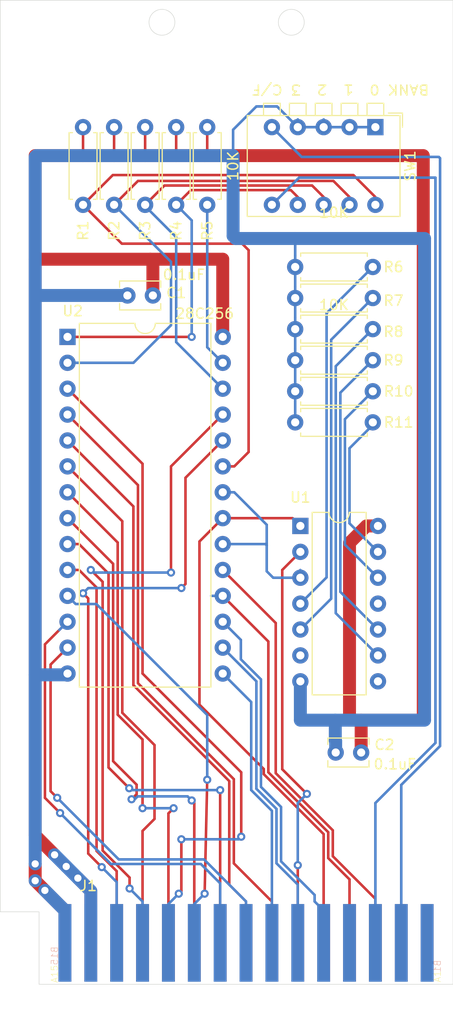
<source format=kicad_pcb>
(kicad_pcb (version 20171130) (host pcbnew "(5.1.2)-1")

  (general
    (thickness 1.6)
    (drawings 9)
    (tracks 359)
    (zones 0)
    (modules 17)
    (nets 40)
  )

  (page A4)
  (layers
    (0 F.Cu signal)
    (31 B.Cu signal)
    (32 B.Adhes user)
    (33 F.Adhes user)
    (34 B.Paste user)
    (35 F.Paste user)
    (36 B.SilkS user)
    (37 F.SilkS user)
    (38 B.Mask user)
    (39 F.Mask user)
    (40 Dwgs.User user)
    (41 Cmts.User user)
    (42 Eco1.User user)
    (43 Eco2.User user)
    (44 Edge.Cuts user)
    (45 Margin user)
    (46 B.CrtYd user)
    (47 F.CrtYd user)
    (48 B.Fab user)
    (49 F.Fab user)
  )

  (setup
    (last_trace_width 0.254)
    (user_trace_width 0.254)
    (user_trace_width 1.27)
    (trace_clearance 0.2)
    (zone_clearance 0.508)
    (zone_45_only no)
    (trace_min 0.2)
    (via_size 0.8)
    (via_drill 0.4)
    (via_min_size 0.4)
    (via_min_drill 0.3)
    (user_via 0.762 0.4572)
    (user_via 1.27 0.7112)
    (uvia_size 0.3)
    (uvia_drill 0.1)
    (uvias_allowed no)
    (uvia_min_size 0.2)
    (uvia_min_drill 0.1)
    (edge_width 0.05)
    (segment_width 0.2)
    (pcb_text_width 0.3)
    (pcb_text_size 1.5 1.5)
    (mod_edge_width 0.12)
    (mod_text_size 1 1)
    (mod_text_width 0.15)
    (pad_size 1.524 1.524)
    (pad_drill 0.762)
    (pad_to_mask_clearance 0.051)
    (solder_mask_min_width 0.25)
    (aux_axis_origin 0 0)
    (visible_elements FFFFEF7F)
    (pcbplotparams
      (layerselection 0x010fc_ffffffff)
      (usegerberextensions false)
      (usegerberattributes false)
      (usegerberadvancedattributes false)
      (creategerberjobfile false)
      (excludeedgelayer true)
      (linewidth 0.100000)
      (plotframeref false)
      (viasonmask false)
      (mode 1)
      (useauxorigin false)
      (hpglpennumber 1)
      (hpglpenspeed 20)
      (hpglpendiameter 15.000000)
      (psnegative false)
      (psa4output false)
      (plotreference true)
      (plotvalue true)
      (plotinvisibletext false)
      (padsonsilk false)
      (subtractmaskfromsilk false)
      (outputformat 1)
      (mirror false)
      (drillshape 1)
      (scaleselection 1)
      (outputdirectory ""))
  )

  (net 0 "")
  (net 1 GND)
  (net 2 +5V)
  (net 3 "Net-(R5-Pad1)")
  (net 4 "Net-(R6-Pad1)")
  (net 5 "Net-(R7-Pad1)")
  (net 6 "Net-(R8-Pad1)")
  (net 7 "Net-(R9-Pad1)")
  (net 8 "Net-(R10-Pad1)")
  (net 9 "Net-(R11-Pad1)")
  (net 10 "Net-(U1-Pad6)")
  (net 11 "Net-(U1-Pad11)")
  (net 12 "Net-(U1-Pad3)")
  (net 13 /~C4)
  (net 14 "Net-(U1-Pad8)")
  (net 15 /~C0)
  (net 16 /INT4)
  (net 17 /INT3)
  (net 18 /INT2)
  (net 19 /INT1)
  (net 20 /INT0)
  (net 21 /A0)
  (net 22 /A8)
  (net 23 /A1)
  (net 24 /A9)
  (net 25 /A2)
  (net 26 /A3)
  (net 27 /A4)
  (net 28 /A5)
  (net 29 /A6)
  (net 30 /INT7)
  (net 31 /A7)
  (net 32 /INT6)
  (net 33 /INT5)
  (net 34 /BKSEL_0)
  (net 35 /BKSEL_1)
  (net 36 /BKSEL_2)
  (net 37 /BKSEL_3)
  (net 38 "Net-(J1-PadB2)")
  (net 39 "Net-(J1-PadB3)")

  (net_class Default "This is the default net class."
    (clearance 0.2)
    (trace_width 0.25)
    (via_dia 0.8)
    (via_drill 0.4)
    (uvia_dia 0.3)
    (uvia_drill 0.1)
    (add_net /A0)
    (add_net /A1)
    (add_net /A2)
    (add_net /A3)
    (add_net /A4)
    (add_net /A5)
    (add_net /A6)
    (add_net /A7)
    (add_net /A8)
    (add_net /A9)
    (add_net /BKSEL_0)
    (add_net /BKSEL_1)
    (add_net /BKSEL_2)
    (add_net /BKSEL_3)
    (add_net /INT0)
    (add_net /INT1)
    (add_net /INT2)
    (add_net /INT3)
    (add_net /INT4)
    (add_net /INT5)
    (add_net /INT6)
    (add_net /INT7)
    (add_net /~C0)
    (add_net /~C4)
    (add_net "Net-(J1-PadB2)")
    (add_net "Net-(J1-PadB3)")
    (add_net "Net-(R10-Pad1)")
    (add_net "Net-(R11-Pad1)")
    (add_net "Net-(R5-Pad1)")
    (add_net "Net-(R6-Pad1)")
    (add_net "Net-(R7-Pad1)")
    (add_net "Net-(R8-Pad1)")
    (add_net "Net-(R9-Pad1)")
    (add_net "Net-(U1-Pad11)")
    (add_net "Net-(U1-Pad3)")
    (add_net "Net-(U1-Pad6)")
    (add_net "Net-(U1-Pad8)")
  )

  (net_class Power ""
    (clearance 0.2)
    (trace_width 1.27)
    (via_dia 1.27)
    (via_drill 0.7112)
    (uvia_dia 0.3)
    (uvia_drill 0.1)
    (add_net +5V)
    (add_net GND)
  )

  (module Button_Switch_THT:SW_DIP_SPSTx05_Piano_CTS_Series194-5MSTN_W7.62mm_P2.54mm (layer F.Cu) (tedit 5A4E1407) (tstamp 5D5C3363)
    (at 152.146 64.008 270)
    (descr "5x-dip-switch SPST CTS_Series194-5MSTN, Piano, row spacing 7.62 mm (300 mils), body size  (see https://www.ctscorp.com/wp-content/uploads/194-195.pdf)")
    (tags "DIP Switch SPST Piano 7.62mm 300mil")
    (path /5DB680D2)
    (fp_text reference SW1 (at 3.81 -3.42 90) (layer F.SilkS)
      (effects (font (size 1 1) (thickness 0.15)))
    )
    (fp_text value SW_DIP_x05 (at 3.81 13.58 90) (layer F.Fab)
      (effects (font (size 1 1) (thickness 0.15)))
    )
    (fp_text user %R (at 3.81 5.08 90) (layer F.Fab)
      (effects (font (size 0.8 0.8) (thickness 0.12)))
    )
    (fp_line (start 8.95 -2.7) (end -2.5 -2.7) (layer F.CrtYd) (width 0.05))
    (fp_line (start 8.95 12.85) (end 8.95 -2.7) (layer F.CrtYd) (width 0.05))
    (fp_line (start -2.5 12.85) (end 8.95 12.85) (layer F.CrtYd) (width 0.05))
    (fp_line (start -2.5 -2.7) (end -2.5 12.85) (layer F.CrtYd) (width 0.05))
    (fp_line (start -1.14 9.34) (end -1.14 10.98) (layer F.SilkS) (width 0.12))
    (fp_line (start -2.34 9.34) (end -2.34 10.98) (layer F.SilkS) (width 0.12))
    (fp_line (start -2.34 10.98) (end -1.14 10.98) (layer F.SilkS) (width 0.12))
    (fp_line (start -2.34 9.34) (end -1.14 9.34) (layer F.SilkS) (width 0.12))
    (fp_line (start -1.14 6.801) (end -1.14 8.441) (layer F.SilkS) (width 0.12))
    (fp_line (start -2.34 6.801) (end -2.34 8.441) (layer F.SilkS) (width 0.12))
    (fp_line (start -2.34 8.441) (end -1.14 8.441) (layer F.SilkS) (width 0.12))
    (fp_line (start -2.34 6.801) (end -1.14 6.801) (layer F.SilkS) (width 0.12))
    (fp_line (start -1.14 4.261) (end -1.14 5.9) (layer F.SilkS) (width 0.12))
    (fp_line (start -2.34 4.261) (end -2.34 5.9) (layer F.SilkS) (width 0.12))
    (fp_line (start -2.34 5.9) (end -1.14 5.9) (layer F.SilkS) (width 0.12))
    (fp_line (start -2.34 4.261) (end -1.14 4.261) (layer F.SilkS) (width 0.12))
    (fp_line (start -1.14 1.72) (end -1.14 3.361) (layer F.SilkS) (width 0.12))
    (fp_line (start -2.34 1.72) (end -2.34 3.361) (layer F.SilkS) (width 0.12))
    (fp_line (start -2.34 3.361) (end -1.14 3.361) (layer F.SilkS) (width 0.12))
    (fp_line (start -2.34 1.72) (end -1.14 1.72) (layer F.SilkS) (width 0.12))
    (fp_line (start -1.14 -0.82) (end -1.14 0.82) (layer F.SilkS) (width 0.12))
    (fp_line (start -2.34 -0.82) (end -2.34 0.82) (layer F.SilkS) (width 0.12))
    (fp_line (start -2.34 0.82) (end -1.14 0.82) (layer F.SilkS) (width 0.12))
    (fp_line (start -2.34 -0.82) (end -1.14 -0.82) (layer F.SilkS) (width 0.12))
    (fp_line (start -1.38 -2.66) (end -1.38 -1.277) (layer F.SilkS) (width 0.12))
    (fp_line (start -1.38 -2.66) (end 0.004 -2.66) (layer F.SilkS) (width 0.12))
    (fp_line (start 8.76 -2.42) (end 8.76 12.58) (layer F.SilkS) (width 0.12))
    (fp_line (start -1.14 -2.42) (end -1.14 12.58) (layer F.SilkS) (width 0.12))
    (fp_line (start -1.14 12.58) (end 8.76 12.58) (layer F.SilkS) (width 0.12))
    (fp_line (start -1.14 -2.42) (end 8.76 -2.42) (layer F.SilkS) (width 0.12))
    (fp_line (start -2.22 9.4) (end -1.08 9.4) (layer F.Fab) (width 0.1))
    (fp_line (start -2.22 10.92) (end -2.22 9.4) (layer F.Fab) (width 0.1))
    (fp_line (start -1.08 10.92) (end -2.22 10.92) (layer F.Fab) (width 0.1))
    (fp_line (start -1.08 9.4) (end -1.08 10.92) (layer F.Fab) (width 0.1))
    (fp_line (start -2.22 6.86) (end -1.08 6.86) (layer F.Fab) (width 0.1))
    (fp_line (start -2.22 8.38) (end -2.22 6.86) (layer F.Fab) (width 0.1))
    (fp_line (start -1.08 8.38) (end -2.22 8.38) (layer F.Fab) (width 0.1))
    (fp_line (start -1.08 6.86) (end -1.08 8.38) (layer F.Fab) (width 0.1))
    (fp_line (start -2.22 4.32) (end -1.08 4.32) (layer F.Fab) (width 0.1))
    (fp_line (start -2.22 5.84) (end -2.22 4.32) (layer F.Fab) (width 0.1))
    (fp_line (start -1.08 5.84) (end -2.22 5.84) (layer F.Fab) (width 0.1))
    (fp_line (start -1.08 4.32) (end -1.08 5.84) (layer F.Fab) (width 0.1))
    (fp_line (start -2.22 1.78) (end -1.08 1.78) (layer F.Fab) (width 0.1))
    (fp_line (start -2.22 3.3) (end -2.22 1.78) (layer F.Fab) (width 0.1))
    (fp_line (start -1.08 3.3) (end -2.22 3.3) (layer F.Fab) (width 0.1))
    (fp_line (start -1.08 1.78) (end -1.08 3.3) (layer F.Fab) (width 0.1))
    (fp_line (start -2.22 -0.76) (end -1.08 -0.76) (layer F.Fab) (width 0.1))
    (fp_line (start -2.22 0.76) (end -2.22 -0.76) (layer F.Fab) (width 0.1))
    (fp_line (start -1.08 0.76) (end -2.22 0.76) (layer F.Fab) (width 0.1))
    (fp_line (start -1.08 -0.76) (end -1.08 0.76) (layer F.Fab) (width 0.1))
    (fp_line (start -1.08 -1.36) (end -0.08 -2.36) (layer F.Fab) (width 0.1))
    (fp_line (start -1.08 12.52) (end -1.08 -1.36) (layer F.Fab) (width 0.1))
    (fp_line (start 8.7 12.52) (end -1.08 12.52) (layer F.Fab) (width 0.1))
    (fp_line (start 8.7 -2.36) (end 8.7 12.52) (layer F.Fab) (width 0.1))
    (fp_line (start -0.08 -2.36) (end 8.7 -2.36) (layer F.Fab) (width 0.1))
    (pad 10 thru_hole oval (at 7.62 0 270) (size 1.6 1.6) (drill 0.8) (layers *.Cu *.Mask)
      (net 34 /BKSEL_0))
    (pad 5 thru_hole oval (at 0 10.16 270) (size 1.6 1.6) (drill 0.8) (layers *.Cu *.Mask)
      (net 38 "Net-(J1-PadB2)"))
    (pad 9 thru_hole oval (at 7.62 2.54 270) (size 1.6 1.6) (drill 0.8) (layers *.Cu *.Mask)
      (net 35 /BKSEL_1))
    (pad 4 thru_hole oval (at 0 7.62 270) (size 1.6 1.6) (drill 0.8) (layers *.Cu *.Mask)
      (net 1 GND))
    (pad 8 thru_hole oval (at 7.62 5.08 270) (size 1.6 1.6) (drill 0.8) (layers *.Cu *.Mask)
      (net 36 /BKSEL_2))
    (pad 3 thru_hole oval (at 0 5.08 270) (size 1.6 1.6) (drill 0.8) (layers *.Cu *.Mask)
      (net 1 GND))
    (pad 7 thru_hole oval (at 7.62 7.62 270) (size 1.6 1.6) (drill 0.8) (layers *.Cu *.Mask)
      (net 37 /BKSEL_3))
    (pad 2 thru_hole oval (at 0 2.54 270) (size 1.6 1.6) (drill 0.8) (layers *.Cu *.Mask)
      (net 1 GND))
    (pad 6 thru_hole oval (at 7.62 10.16 270) (size 1.6 1.6) (drill 0.8) (layers *.Cu *.Mask)
      (net 39 "Net-(J1-PadB3)"))
    (pad 1 thru_hole rect (at 0 0 270) (size 1.6 1.6) (drill 0.8) (layers *.Cu *.Mask)
      (net 1 GND))
    (model ${KISYS3DMOD}/Button_Switch_THT.3dshapes/SW_DIP_SPSTx05_Piano_CTS_Series194-5MSTN_W7.62mm_P2.54mm.wrl
      (at (xyz 0 0 0))
      (scale (xyz 1 1 1))
      (rotate (xyz 0 0 90))
    )
  )

  (module Package_DIP:DIP-28_W15.24mm (layer F.Cu) (tedit 5A02E8C5) (tstamp 5D5B6719)
    (at 121.92 84.582)
    (descr "28-lead though-hole mounted DIP package, row spacing 15.24 mm (600 mils)")
    (tags "THT DIP DIL PDIP 2.54mm 15.24mm 600mil")
    (path /5D5A919E)
    (fp_text reference U2 (at 0.508 -2.54) (layer F.SilkS)
      (effects (font (size 1 1) (thickness 0.15)))
    )
    (fp_text value 28C256 (at 13.462 -2.286) (layer F.SilkS)
      (effects (font (size 1 1) (thickness 0.15)))
    )
    (fp_text user %R (at 0.508 -2.54) (layer F.Fab)
      (effects (font (size 1 1) (thickness 0.15)))
    )
    (fp_line (start 16.3 -1.55) (end -1.05 -1.55) (layer F.CrtYd) (width 0.05))
    (fp_line (start 16.3 34.55) (end 16.3 -1.55) (layer F.CrtYd) (width 0.05))
    (fp_line (start -1.05 34.55) (end 16.3 34.55) (layer F.CrtYd) (width 0.05))
    (fp_line (start -1.05 -1.55) (end -1.05 34.55) (layer F.CrtYd) (width 0.05))
    (fp_line (start 14.08 -1.33) (end 8.62 -1.33) (layer F.SilkS) (width 0.12))
    (fp_line (start 14.08 34.35) (end 14.08 -1.33) (layer F.SilkS) (width 0.12))
    (fp_line (start 1.16 34.35) (end 14.08 34.35) (layer F.SilkS) (width 0.12))
    (fp_line (start 1.16 -1.33) (end 1.16 34.35) (layer F.SilkS) (width 0.12))
    (fp_line (start 6.62 -1.33) (end 1.16 -1.33) (layer F.SilkS) (width 0.12))
    (fp_line (start 0.255 -0.27) (end 1.255 -1.27) (layer F.Fab) (width 0.1))
    (fp_line (start 0.255 34.29) (end 0.255 -0.27) (layer F.Fab) (width 0.1))
    (fp_line (start 14.985 34.29) (end 0.255 34.29) (layer F.Fab) (width 0.1))
    (fp_line (start 14.985 -1.27) (end 14.985 34.29) (layer F.Fab) (width 0.1))
    (fp_line (start 1.255 -1.27) (end 14.985 -1.27) (layer F.Fab) (width 0.1))
    (fp_arc (start 7.62 -1.33) (end 6.62 -1.33) (angle -180) (layer F.SilkS) (width 0.12))
    (pad 28 thru_hole oval (at 15.24 0) (size 1.6 1.6) (drill 0.8) (layers *.Cu *.Mask)
      (net 2 +5V))
    (pad 14 thru_hole oval (at 0 33.02) (size 1.6 1.6) (drill 0.8) (layers *.Cu *.Mask)
      (net 1 GND))
    (pad 27 thru_hole oval (at 15.24 2.54) (size 1.6 1.6) (drill 0.8) (layers *.Cu *.Mask)
      (net 3 "Net-(R5-Pad1)"))
    (pad 13 thru_hole oval (at 0 30.48) (size 1.6 1.6) (drill 0.8) (layers *.Cu *.Mask)
      (net 18 /INT2))
    (pad 26 thru_hole oval (at 15.24 5.08) (size 1.6 1.6) (drill 0.8) (layers *.Cu *.Mask)
      (net 36 /BKSEL_2))
    (pad 12 thru_hole oval (at 0 27.94) (size 1.6 1.6) (drill 0.8) (layers *.Cu *.Mask)
      (net 19 /INT1))
    (pad 25 thru_hole oval (at 15.24 7.62) (size 1.6 1.6) (drill 0.8) (layers *.Cu *.Mask)
      (net 22 /A8))
    (pad 11 thru_hole oval (at 0 25.4) (size 1.6 1.6) (drill 0.8) (layers *.Cu *.Mask)
      (net 20 /INT0))
    (pad 24 thru_hole oval (at 15.24 10.16) (size 1.6 1.6) (drill 0.8) (layers *.Cu *.Mask)
      (net 24 /A9))
    (pad 10 thru_hole oval (at 0 22.86) (size 1.6 1.6) (drill 0.8) (layers *.Cu *.Mask)
      (net 21 /A0))
    (pad 23 thru_hole oval (at 15.24 12.7) (size 1.6 1.6) (drill 0.8) (layers *.Cu *.Mask)
      (net 34 /BKSEL_0))
    (pad 9 thru_hole oval (at 0 20.32) (size 1.6 1.6) (drill 0.8) (layers *.Cu *.Mask)
      (net 23 /A1))
    (pad 22 thru_hole oval (at 15.24 15.24) (size 1.6 1.6) (drill 0.8) (layers *.Cu *.Mask)
      (net 12 "Net-(U1-Pad3)"))
    (pad 8 thru_hole oval (at 0 17.78) (size 1.6 1.6) (drill 0.8) (layers *.Cu *.Mask)
      (net 25 /A2))
    (pad 21 thru_hole oval (at 15.24 17.78) (size 1.6 1.6) (drill 0.8) (layers *.Cu *.Mask)
      (net 15 /~C0))
    (pad 7 thru_hole oval (at 0 15.24) (size 1.6 1.6) (drill 0.8) (layers *.Cu *.Mask)
      (net 26 /A3))
    (pad 20 thru_hole oval (at 15.24 20.32) (size 1.6 1.6) (drill 0.8) (layers *.Cu *.Mask)
      (net 12 "Net-(U1-Pad3)"))
    (pad 6 thru_hole oval (at 0 12.7) (size 1.6 1.6) (drill 0.8) (layers *.Cu *.Mask)
      (net 27 /A4))
    (pad 19 thru_hole oval (at 15.24 22.86) (size 1.6 1.6) (drill 0.8) (layers *.Cu *.Mask)
      (net 30 /INT7))
    (pad 5 thru_hole oval (at 0 10.16) (size 1.6 1.6) (drill 0.8) (layers *.Cu *.Mask)
      (net 28 /A5))
    (pad 18 thru_hole oval (at 15.24 25.4) (size 1.6 1.6) (drill 0.8) (layers *.Cu *.Mask)
      (net 32 /INT6))
    (pad 4 thru_hole oval (at 0 7.62) (size 1.6 1.6) (drill 0.8) (layers *.Cu *.Mask)
      (net 29 /A6))
    (pad 17 thru_hole oval (at 15.24 27.94) (size 1.6 1.6) (drill 0.8) (layers *.Cu *.Mask)
      (net 33 /INT5))
    (pad 3 thru_hole oval (at 0 5.08) (size 1.6 1.6) (drill 0.8) (layers *.Cu *.Mask)
      (net 31 /A7))
    (pad 16 thru_hole oval (at 15.24 30.48) (size 1.6 1.6) (drill 0.8) (layers *.Cu *.Mask)
      (net 16 /INT4))
    (pad 2 thru_hole oval (at 0 2.54) (size 1.6 1.6) (drill 0.8) (layers *.Cu *.Mask)
      (net 35 /BKSEL_1))
    (pad 15 thru_hole oval (at 15.24 33.02) (size 1.6 1.6) (drill 0.8) (layers *.Cu *.Mask)
      (net 17 /INT3))
    (pad 1 thru_hole rect (at 0 0) (size 1.6 1.6) (drill 0.8) (layers *.Cu *.Mask)
      (net 37 /BKSEL_3))
    (model ${KISYS3DMOD}/Package_DIP.3dshapes/DIP-28_W15.24mm.wrl
      (at (xyz 0 0 0))
      (scale (xyz 1 1 1))
      (rotate (xyz 0 0 0))
    )
  )

  (module Resistor_THT:R_Axial_DIN0207_L6.3mm_D2.5mm_P7.62mm_Horizontal (layer F.Cu) (tedit 5AE5139B) (tstamp 5D5B97B4)
    (at 132.588 71.628 90)
    (descr "Resistor, Axial_DIN0207 series, Axial, Horizontal, pin pitch=7.62mm, 0.25W = 1/4W, length*diameter=6.3*2.5mm^2, http://cdn-reichelt.de/documents/datenblatt/B400/1_4W%23YAG.pdf")
    (tags "Resistor Axial_DIN0207 series Axial Horizontal pin pitch 7.62mm 0.25W = 1/4W length 6.3mm diameter 2.5mm")
    (path /5D636094)
    (fp_text reference R4 (at -2.54 0 90) (layer F.SilkS)
      (effects (font (size 1 1) (thickness 0.15)))
    )
    (fp_text value 10K (at 3.81 2.37 90) (layer F.Fab) hide
      (effects (font (size 1 1) (thickness 0.15)))
    )
    (fp_text user %R (at 9.906 0 90) (layer F.Fab)
      (effects (font (size 1 1) (thickness 0.15)))
    )
    (fp_line (start 8.67 -1.5) (end -1.05 -1.5) (layer F.CrtYd) (width 0.05))
    (fp_line (start 8.67 1.5) (end 8.67 -1.5) (layer F.CrtYd) (width 0.05))
    (fp_line (start -1.05 1.5) (end 8.67 1.5) (layer F.CrtYd) (width 0.05))
    (fp_line (start -1.05 -1.5) (end -1.05 1.5) (layer F.CrtYd) (width 0.05))
    (fp_line (start 7.08 1.37) (end 7.08 1.04) (layer F.SilkS) (width 0.12))
    (fp_line (start 0.54 1.37) (end 7.08 1.37) (layer F.SilkS) (width 0.12))
    (fp_line (start 0.54 1.04) (end 0.54 1.37) (layer F.SilkS) (width 0.12))
    (fp_line (start 7.08 -1.37) (end 7.08 -1.04) (layer F.SilkS) (width 0.12))
    (fp_line (start 0.54 -1.37) (end 7.08 -1.37) (layer F.SilkS) (width 0.12))
    (fp_line (start 0.54 -1.04) (end 0.54 -1.37) (layer F.SilkS) (width 0.12))
    (fp_line (start 7.62 0) (end 6.96 0) (layer F.Fab) (width 0.1))
    (fp_line (start 0 0) (end 0.66 0) (layer F.Fab) (width 0.1))
    (fp_line (start 6.96 -1.25) (end 0.66 -1.25) (layer F.Fab) (width 0.1))
    (fp_line (start 6.96 1.25) (end 6.96 -1.25) (layer F.Fab) (width 0.1))
    (fp_line (start 0.66 1.25) (end 6.96 1.25) (layer F.Fab) (width 0.1))
    (fp_line (start 0.66 -1.25) (end 0.66 1.25) (layer F.Fab) (width 0.1))
    (pad 2 thru_hole oval (at 7.62 0 90) (size 1.6 1.6) (drill 0.8) (layers *.Cu *.Mask)
      (net 2 +5V))
    (pad 1 thru_hole circle (at 0 0 90) (size 1.6 1.6) (drill 0.8) (layers *.Cu *.Mask)
      (net 37 /BKSEL_3))
    (model ${KISYS3DMOD}/Resistor_THT.3dshapes/R_Axial_DIN0207_L6.3mm_D2.5mm_P7.62mm_Horizontal.wrl
      (at (xyz 0 0 0))
      (scale (xyz 1 1 1))
      (rotate (xyz 0 0 0))
    )
  )

  (module Capacitor_THT:C_Disc_D3.8mm_W2.6mm_P2.50mm (layer F.Cu) (tedit 5AE50EF0) (tstamp 5D5B0ABB)
    (at 130.302 80.518 180)
    (descr "C, Disc series, Radial, pin pitch=2.50mm, , diameter*width=3.8*2.6mm^2, Capacitor, http://www.vishay.com/docs/45233/krseries.pdf")
    (tags "C Disc series Radial pin pitch 2.50mm  diameter 3.8mm width 2.6mm Capacitor")
    (path /5D65C56D)
    (fp_text reference C1 (at -2.286 0.254) (layer F.SilkS)
      (effects (font (size 1 1) (thickness 0.15)))
    )
    (fp_text value 0.1uF (at -3.048 2.032) (layer F.SilkS)
      (effects (font (size 1 1) (thickness 0.15)))
    )
    (fp_text user %R (at -2.286 0) (layer F.Fab)
      (effects (font (size 0.76 0.76) (thickness 0.114)))
    )
    (fp_line (start 3.55 -1.55) (end -1.05 -1.55) (layer F.CrtYd) (width 0.05))
    (fp_line (start 3.55 1.55) (end 3.55 -1.55) (layer F.CrtYd) (width 0.05))
    (fp_line (start -1.05 1.55) (end 3.55 1.55) (layer F.CrtYd) (width 0.05))
    (fp_line (start -1.05 -1.55) (end -1.05 1.55) (layer F.CrtYd) (width 0.05))
    (fp_line (start 3.27 0.795) (end 3.27 1.42) (layer F.SilkS) (width 0.12))
    (fp_line (start 3.27 -1.42) (end 3.27 -0.795) (layer F.SilkS) (width 0.12))
    (fp_line (start -0.77 0.795) (end -0.77 1.42) (layer F.SilkS) (width 0.12))
    (fp_line (start -0.77 -1.42) (end -0.77 -0.795) (layer F.SilkS) (width 0.12))
    (fp_line (start -0.77 1.42) (end 3.27 1.42) (layer F.SilkS) (width 0.12))
    (fp_line (start -0.77 -1.42) (end 3.27 -1.42) (layer F.SilkS) (width 0.12))
    (fp_line (start 3.15 -1.3) (end -0.65 -1.3) (layer F.Fab) (width 0.1))
    (fp_line (start 3.15 1.3) (end 3.15 -1.3) (layer F.Fab) (width 0.1))
    (fp_line (start -0.65 1.3) (end 3.15 1.3) (layer F.Fab) (width 0.1))
    (fp_line (start -0.65 -1.3) (end -0.65 1.3) (layer F.Fab) (width 0.1))
    (pad 2 thru_hole circle (at 2.5 0 180) (size 1.6 1.6) (drill 0.8) (layers *.Cu *.Mask)
      (net 1 GND))
    (pad 1 thru_hole circle (at 0 0 180) (size 1.6 1.6) (drill 0.8) (layers *.Cu *.Mask)
      (net 2 +5V))
    (model ${KISYS3DMOD}/Capacitor_THT.3dshapes/C_Disc_D3.8mm_W2.6mm_P2.50mm.wrl
      (at (xyz 0 0 0))
      (scale (xyz 1 1 1))
      (rotate (xyz 0 0 0))
    )
  )

  (module Resistor_THT:R_Axial_DIN0207_L6.3mm_D2.5mm_P7.62mm_Horizontal (layer F.Cu) (tedit 5AE5139B) (tstamp 5D5BA596)
    (at 151.892 80.772 180)
    (descr "Resistor, Axial_DIN0207 series, Axial, Horizontal, pin pitch=7.62mm, 0.25W = 1/4W, length*diameter=6.3*2.5mm^2, http://cdn-reichelt.de/documents/datenblatt/B400/1_4W%23YAG.pdf")
    (tags "Resistor Axial_DIN0207 series Axial Horizontal pin pitch 7.62mm 0.25W = 1/4W length 6.3mm diameter 2.5mm")
    (path /5D6DA86F)
    (fp_text reference R7 (at -2.032 -0.254) (layer F.SilkS)
      (effects (font (size 1 1) (thickness 0.15)))
    )
    (fp_text value 10K (at 3.81 2.37) (layer F.Fab) hide
      (effects (font (size 1 1) (thickness 0.15)))
    )
    (fp_text user %R (at 9.906 -0.254) (layer F.Fab)
      (effects (font (size 1 1) (thickness 0.15)))
    )
    (fp_line (start 8.67 -1.5) (end -1.05 -1.5) (layer F.CrtYd) (width 0.05))
    (fp_line (start 8.67 1.5) (end 8.67 -1.5) (layer F.CrtYd) (width 0.05))
    (fp_line (start -1.05 1.5) (end 8.67 1.5) (layer F.CrtYd) (width 0.05))
    (fp_line (start -1.05 -1.5) (end -1.05 1.5) (layer F.CrtYd) (width 0.05))
    (fp_line (start 7.08 1.37) (end 7.08 1.04) (layer F.SilkS) (width 0.12))
    (fp_line (start 0.54 1.37) (end 7.08 1.37) (layer F.SilkS) (width 0.12))
    (fp_line (start 0.54 1.04) (end 0.54 1.37) (layer F.SilkS) (width 0.12))
    (fp_line (start 7.08 -1.37) (end 7.08 -1.04) (layer F.SilkS) (width 0.12))
    (fp_line (start 0.54 -1.37) (end 7.08 -1.37) (layer F.SilkS) (width 0.12))
    (fp_line (start 0.54 -1.04) (end 0.54 -1.37) (layer F.SilkS) (width 0.12))
    (fp_line (start 7.62 0) (end 6.96 0) (layer F.Fab) (width 0.1))
    (fp_line (start 0 0) (end 0.66 0) (layer F.Fab) (width 0.1))
    (fp_line (start 6.96 -1.25) (end 0.66 -1.25) (layer F.Fab) (width 0.1))
    (fp_line (start 6.96 1.25) (end 6.96 -1.25) (layer F.Fab) (width 0.1))
    (fp_line (start 0.66 1.25) (end 6.96 1.25) (layer F.Fab) (width 0.1))
    (fp_line (start 0.66 -1.25) (end 0.66 1.25) (layer F.Fab) (width 0.1))
    (pad 2 thru_hole oval (at 7.62 0 180) (size 1.6 1.6) (drill 0.8) (layers *.Cu *.Mask)
      (net 1 GND))
    (pad 1 thru_hole circle (at 0 0 180) (size 1.6 1.6) (drill 0.8) (layers *.Cu *.Mask)
      (net 5 "Net-(R7-Pad1)"))
    (model ${KISYS3DMOD}/Resistor_THT.3dshapes/R_Axial_DIN0207_L6.3mm_D2.5mm_P7.62mm_Horizontal.wrl
      (at (xyz 0 0 0))
      (scale (xyz 1 1 1))
      (rotate (xyz 0 0 0))
    )
  )

  (module personality:edge-sol-personaltiy-2.54-30 (layer F.Cu) (tedit 5D5B0545) (tstamp 5D5B4EF5)
    (at 131.826 151.638)
    (path /5D5D4F6E)
    (fp_text reference J1 (at -7.874 -13.208) (layer F.SilkS)
      (effects (font (size 1 1) (thickness 0.15)))
    )
    (fp_text value Personality-connector (at 0 -0.5) (layer F.Fab)
      (effects (font (size 1 1) (thickness 0.15)))
    )
    (fp_text user B15 (at -11.176 -6.35 90) (layer B.SilkS)
      (effects (font (size 0.635 0.635) (thickness 0.0508)) (justify mirror))
    )
    (fp_text user B1 (at 26.416 -5.334 90) (layer B.SilkS)
      (effects (font (size 0.635 0.635) (thickness 0.0508)) (justify mirror))
    )
    (fp_text user A15 (at -11.176 -4.572 90) (layer F.SilkS)
      (effects (font (size 0.635 0.635) (thickness 0.0508)))
    )
    (fp_text user A1 (at 26.416 -4.318 90) (layer F.SilkS)
      (effects (font (size 0.635 0.635) (thickness 0.0508)))
    )
    (pad B1 connect rect (at 25.4 -7.62) (size 1.27 7.62) (layers B.Cu B.Mask))
    (pad B2 connect rect (at 22.86 -7.62) (size 1.27 7.62) (layers B.Cu B.Mask)
      (net 38 "Net-(J1-PadB2)"))
    (pad B3 connect rect (at 20.32 -7.62) (size 1.27 7.62) (layers B.Cu B.Mask)
      (net 39 "Net-(J1-PadB3)"))
    (pad B4 connect rect (at 17.78 -7.62) (size 1.27 7.62) (layers B.Cu B.Mask))
    (pad B5 connect rect (at 15.24 -7.62) (size 1.27 7.62) (layers B.Cu B.Mask)
      (net 33 /INT5))
    (pad B6 connect rect (at 12.7 -7.62) (size 1.27 7.62) (layers B.Cu B.Mask)
      (net 16 /INT4))
    (pad B7 connect rect (at 10.16 -7.62) (size 1.27 7.62) (layers B.Cu B.Mask)
      (net 17 /INT3))
    (pad B8 connect rect (at 7.62 -7.62) (size 1.27 7.62) (layers B.Cu B.Mask)
      (net 18 /INT2))
    (pad B9 connect rect (at 5.08 -7.62) (size 1.27 7.62) (layers B.Cu B.Mask)
      (net 19 /INT1))
    (pad B10 connect rect (at 2.54 -7.62) (size 1.27 7.62) (layers B.Cu B.Mask)
      (net 20 /INT0))
    (pad B11 connect rect (at 0 -7.62) (size 1.27 7.62) (layers B.Cu B.Mask)
      (net 31 /A7))
    (pad B12 connect rect (at -2.54 -7.62) (size 1.27 7.62) (layers B.Cu B.Mask)
      (net 22 /A8))
    (pad B13 connect rect (at -5.08 -7.62) (size 1.27 7.62) (layers B.Cu B.Mask)
      (net 24 /A9))
    (pad B14 connect rect (at -7.62 -7.62) (size 1.27 7.62) (layers B.Cu B.Mask)
      (net 2 +5V))
    (pad B15 connect rect (at -10.16 -7.62) (size 1.27 7.62) (layers B.Cu B.Mask)
      (net 1 GND))
    (pad A15 connect rect (at -10.16 -7.62) (size 1.27 7.62) (layers F.Cu F.Mask)
      (net 1 GND))
    (pad A14 connect rect (at -7.62 -7.62) (size 1.27 7.62) (layers F.Cu F.Mask)
      (net 2 +5V))
    (pad A13 connect rect (at -5.08 -7.62) (size 1.27 7.62) (layers F.Cu F.Mask)
      (net 21 /A0))
    (pad A12 connect rect (at -2.54 -7.62) (size 1.27 7.62) (layers F.Cu F.Mask)
      (net 27 /A4))
    (pad A11 connect rect (at 0 -7.62) (size 1.27 7.62) (layers F.Cu F.Mask)
      (net 26 /A3))
    (pad A10 connect rect (at 2.54 -7.62) (size 1.27 7.62) (layers F.Cu F.Mask)
      (net 25 /A2))
    (pad A9 connect rect (at 5.08 -7.62) (size 1.27 7.62) (layers F.Cu F.Mask)
      (net 23 /A1))
    (pad A8 connect rect (at 7.62 -7.62) (size 1.27 7.62) (layers F.Cu F.Mask)
      (net 28 /A5))
    (pad A7 connect rect (at 10.16 -7.62) (size 1.27 7.62) (layers F.Cu F.Mask)
      (net 29 /A6))
    (pad A6 connect rect (at 12.7 -7.62) (size 1.27 7.62) (layers F.Cu F.Mask)
      (net 13 /~C4))
    (pad A5 connect rect (at 15.24 -7.62) (size 1.27 7.62) (layers F.Cu F.Mask)
      (net 15 /~C0))
    (pad A4 connect rect (at 17.78 -7.62) (size 1.27 7.62) (layers F.Cu F.Mask)
      (net 32 /INT6))
    (pad A3 connect rect (at 20.32 -7.62) (size 1.27 7.62) (layers F.Cu F.Mask)
      (net 30 /INT7))
    (pad A2 connect rect (at 22.86 -7.62) (size 1.27 7.62) (layers F.Cu F.Mask))
    (pad A1 connect rect (at 25.4 -7.62) (size 1.27 7.62) (layers F.Cu F.Mask))
  )

  (module Package_DIP:DIP-14_W7.62mm (layer F.Cu) (tedit 5A02E8C5) (tstamp 5D5BA317)
    (at 144.78 103.124)
    (descr "14-lead though-hole mounted DIP package, row spacing 7.62 mm (300 mils)")
    (tags "THT DIP DIL PDIP 2.54mm 7.62mm 300mil")
    (path /5D5BC42A)
    (fp_text reference U1 (at 0 -2.794) (layer F.SilkS)
      (effects (font (size 1 1) (thickness 0.15)))
    )
    (fp_text value 74HC00 (at 6.096 -2.54) (layer F.Fab)
      (effects (font (size 1 1) (thickness 0.15)))
    )
    (fp_text user %R (at 0 -2.794) (layer F.Fab)
      (effects (font (size 1 1) (thickness 0.15)))
    )
    (fp_line (start 8.7 -1.55) (end -1.1 -1.55) (layer F.CrtYd) (width 0.05))
    (fp_line (start 8.7 16.8) (end 8.7 -1.55) (layer F.CrtYd) (width 0.05))
    (fp_line (start -1.1 16.8) (end 8.7 16.8) (layer F.CrtYd) (width 0.05))
    (fp_line (start -1.1 -1.55) (end -1.1 16.8) (layer F.CrtYd) (width 0.05))
    (fp_line (start 6.46 -1.33) (end 4.81 -1.33) (layer F.SilkS) (width 0.12))
    (fp_line (start 6.46 16.57) (end 6.46 -1.33) (layer F.SilkS) (width 0.12))
    (fp_line (start 1.16 16.57) (end 6.46 16.57) (layer F.SilkS) (width 0.12))
    (fp_line (start 1.16 -1.33) (end 1.16 16.57) (layer F.SilkS) (width 0.12))
    (fp_line (start 2.81 -1.33) (end 1.16 -1.33) (layer F.SilkS) (width 0.12))
    (fp_line (start 0.635 -0.27) (end 1.635 -1.27) (layer F.Fab) (width 0.1))
    (fp_line (start 0.635 16.51) (end 0.635 -0.27) (layer F.Fab) (width 0.1))
    (fp_line (start 6.985 16.51) (end 0.635 16.51) (layer F.Fab) (width 0.1))
    (fp_line (start 6.985 -1.27) (end 6.985 16.51) (layer F.Fab) (width 0.1))
    (fp_line (start 1.635 -1.27) (end 6.985 -1.27) (layer F.Fab) (width 0.1))
    (fp_arc (start 3.81 -1.33) (end 2.81 -1.33) (angle -180) (layer F.SilkS) (width 0.12))
    (pad 14 thru_hole oval (at 7.62 0) (size 1.6 1.6) (drill 0.8) (layers *.Cu *.Mask)
      (net 2 +5V))
    (pad 7 thru_hole oval (at 0 15.24) (size 1.6 1.6) (drill 0.8) (layers *.Cu *.Mask)
      (net 1 GND))
    (pad 13 thru_hole oval (at 7.62 2.54) (size 1.6 1.6) (drill 0.8) (layers *.Cu *.Mask)
      (net 9 "Net-(R11-Pad1)"))
    (pad 6 thru_hole oval (at 0 12.7) (size 1.6 1.6) (drill 0.8) (layers *.Cu *.Mask)
      (net 10 "Net-(U1-Pad6)"))
    (pad 12 thru_hole oval (at 7.62 5.08) (size 1.6 1.6) (drill 0.8) (layers *.Cu *.Mask)
      (net 8 "Net-(R10-Pad1)"))
    (pad 5 thru_hole oval (at 0 10.16) (size 1.6 1.6) (drill 0.8) (layers *.Cu *.Mask)
      (net 5 "Net-(R7-Pad1)"))
    (pad 11 thru_hole oval (at 7.62 7.62) (size 1.6 1.6) (drill 0.8) (layers *.Cu *.Mask)
      (net 11 "Net-(U1-Pad11)"))
    (pad 4 thru_hole oval (at 0 7.62) (size 1.6 1.6) (drill 0.8) (layers *.Cu *.Mask)
      (net 4 "Net-(R6-Pad1)"))
    (pad 10 thru_hole oval (at 7.62 10.16) (size 1.6 1.6) (drill 0.8) (layers *.Cu *.Mask)
      (net 7 "Net-(R9-Pad1)"))
    (pad 3 thru_hole oval (at 0 5.08) (size 1.6 1.6) (drill 0.8) (layers *.Cu *.Mask)
      (net 12 "Net-(U1-Pad3)"))
    (pad 9 thru_hole oval (at 7.62 12.7) (size 1.6 1.6) (drill 0.8) (layers *.Cu *.Mask)
      (net 6 "Net-(R8-Pad1)"))
    (pad 2 thru_hole oval (at 0 2.54) (size 1.6 1.6) (drill 0.8) (layers *.Cu *.Mask)
      (net 13 /~C4))
    (pad 8 thru_hole oval (at 7.62 15.24) (size 1.6 1.6) (drill 0.8) (layers *.Cu *.Mask)
      (net 14 "Net-(U1-Pad8)"))
    (pad 1 thru_hole rect (at 0 0) (size 1.6 1.6) (drill 0.8) (layers *.Cu *.Mask)
      (net 15 /~C0))
    (model ${KISYS3DMOD}/Package_DIP.3dshapes/DIP-14_W7.62mm.wrl
      (at (xyz 0 0 0))
      (scale (xyz 1 1 1))
      (rotate (xyz 0 0 0))
    )
  )

  (module Resistor_THT:R_Axial_DIN0207_L6.3mm_D2.5mm_P7.62mm_Horizontal (layer F.Cu) (tedit 5AE5139B) (tstamp 5D5BA4D2)
    (at 151.892 92.964 180)
    (descr "Resistor, Axial_DIN0207 series, Axial, Horizontal, pin pitch=7.62mm, 0.25W = 1/4W, length*diameter=6.3*2.5mm^2, http://cdn-reichelt.de/documents/datenblatt/B400/1_4W%23YAG.pdf")
    (tags "Resistor Axial_DIN0207 series Axial Horizontal pin pitch 7.62mm 0.25W = 1/4W length 6.3mm diameter 2.5mm")
    (path /5D6DDAEF)
    (fp_text reference R11 (at -2.54 0) (layer F.SilkS)
      (effects (font (size 1 1) (thickness 0.15)))
    )
    (fp_text value 10K (at 3.81 2.37) (layer F.Fab) hide
      (effects (font (size 1 1) (thickness 0.15)))
    )
    (fp_line (start 8.67 -1.5) (end -1.05 -1.5) (layer F.CrtYd) (width 0.05))
    (fp_line (start 8.67 1.5) (end 8.67 -1.5) (layer F.CrtYd) (width 0.05))
    (fp_line (start -1.05 1.5) (end 8.67 1.5) (layer F.CrtYd) (width 0.05))
    (fp_line (start -1.05 -1.5) (end -1.05 1.5) (layer F.CrtYd) (width 0.05))
    (fp_line (start 7.08 1.37) (end 7.08 1.04) (layer F.SilkS) (width 0.12))
    (fp_line (start 0.54 1.37) (end 7.08 1.37) (layer F.SilkS) (width 0.12))
    (fp_line (start 0.54 1.04) (end 0.54 1.37) (layer F.SilkS) (width 0.12))
    (fp_line (start 7.08 -1.37) (end 7.08 -1.04) (layer F.SilkS) (width 0.12))
    (fp_line (start 0.54 -1.37) (end 7.08 -1.37) (layer F.SilkS) (width 0.12))
    (fp_line (start 0.54 -1.04) (end 0.54 -1.37) (layer F.SilkS) (width 0.12))
    (fp_line (start 7.62 0) (end 6.96 0) (layer F.Fab) (width 0.1))
    (fp_line (start 0 0) (end 0.66 0) (layer F.Fab) (width 0.1))
    (fp_line (start 6.96 -1.25) (end 0.66 -1.25) (layer F.Fab) (width 0.1))
    (fp_line (start 6.96 1.25) (end 6.96 -1.25) (layer F.Fab) (width 0.1))
    (fp_line (start 0.66 1.25) (end 6.96 1.25) (layer F.Fab) (width 0.1))
    (fp_line (start 0.66 -1.25) (end 0.66 1.25) (layer F.Fab) (width 0.1))
    (pad 2 thru_hole oval (at 7.62 0 180) (size 1.6 1.6) (drill 0.8) (layers *.Cu *.Mask)
      (net 1 GND))
    (pad 1 thru_hole circle (at 0 0 180) (size 1.6 1.6) (drill 0.8) (layers *.Cu *.Mask)
      (net 9 "Net-(R11-Pad1)"))
    (model ${KISYS3DMOD}/Resistor_THT.3dshapes/R_Axial_DIN0207_L6.3mm_D2.5mm_P7.62mm_Horizontal.wrl
      (at (xyz 0 0 0))
      (scale (xyz 1 1 1))
      (rotate (xyz 0 0 0))
    )
  )

  (module Resistor_THT:R_Axial_DIN0207_L6.3mm_D2.5mm_P7.62mm_Horizontal (layer F.Cu) (tedit 5AE5139B) (tstamp 5D5BA512)
    (at 151.892 89.916 180)
    (descr "Resistor, Axial_DIN0207 series, Axial, Horizontal, pin pitch=7.62mm, 0.25W = 1/4W, length*diameter=6.3*2.5mm^2, http://cdn-reichelt.de/documents/datenblatt/B400/1_4W%23YAG.pdf")
    (tags "Resistor Axial_DIN0207 series Axial Horizontal pin pitch 7.62mm 0.25W = 1/4W length 6.3mm diameter 2.5mm")
    (path /5D6DDAE3)
    (fp_text reference R10 (at -2.54 0) (layer F.SilkS)
      (effects (font (size 1 1) (thickness 0.15)))
    )
    (fp_text value 10K (at 3.81 2.37) (layer F.Fab) hide
      (effects (font (size 1 1) (thickness 0.15)))
    )
    (fp_text user %R (at 10.16 0.254) (layer F.Fab)
      (effects (font (size 1 1) (thickness 0.15)))
    )
    (fp_line (start 8.67 -1.5) (end -1.05 -1.5) (layer F.CrtYd) (width 0.05))
    (fp_line (start 8.67 1.5) (end 8.67 -1.5) (layer F.CrtYd) (width 0.05))
    (fp_line (start -1.05 1.5) (end 8.67 1.5) (layer F.CrtYd) (width 0.05))
    (fp_line (start -1.05 -1.5) (end -1.05 1.5) (layer F.CrtYd) (width 0.05))
    (fp_line (start 7.08 1.37) (end 7.08 1.04) (layer F.SilkS) (width 0.12))
    (fp_line (start 0.54 1.37) (end 7.08 1.37) (layer F.SilkS) (width 0.12))
    (fp_line (start 0.54 1.04) (end 0.54 1.37) (layer F.SilkS) (width 0.12))
    (fp_line (start 7.08 -1.37) (end 7.08 -1.04) (layer F.SilkS) (width 0.12))
    (fp_line (start 0.54 -1.37) (end 7.08 -1.37) (layer F.SilkS) (width 0.12))
    (fp_line (start 0.54 -1.04) (end 0.54 -1.37) (layer F.SilkS) (width 0.12))
    (fp_line (start 7.62 0) (end 6.96 0) (layer F.Fab) (width 0.1))
    (fp_line (start 0 0) (end 0.66 0) (layer F.Fab) (width 0.1))
    (fp_line (start 6.96 -1.25) (end 0.66 -1.25) (layer F.Fab) (width 0.1))
    (fp_line (start 6.96 1.25) (end 6.96 -1.25) (layer F.Fab) (width 0.1))
    (fp_line (start 0.66 1.25) (end 6.96 1.25) (layer F.Fab) (width 0.1))
    (fp_line (start 0.66 -1.25) (end 0.66 1.25) (layer F.Fab) (width 0.1))
    (pad 2 thru_hole oval (at 7.62 0 180) (size 1.6 1.6) (drill 0.8) (layers *.Cu *.Mask)
      (net 1 GND))
    (pad 1 thru_hole circle (at 0 0 180) (size 1.6 1.6) (drill 0.8) (layers *.Cu *.Mask)
      (net 8 "Net-(R10-Pad1)"))
    (model ${KISYS3DMOD}/Resistor_THT.3dshapes/R_Axial_DIN0207_L6.3mm_D2.5mm_P7.62mm_Horizontal.wrl
      (at (xyz 0 0 0))
      (scale (xyz 1 1 1))
      (rotate (xyz 0 0 0))
    )
  )

  (module Resistor_THT:R_Axial_DIN0207_L6.3mm_D2.5mm_P7.62mm_Horizontal (layer F.Cu) (tedit 5AE5139B) (tstamp 5D5BA554)
    (at 151.892 86.868 180)
    (descr "Resistor, Axial_DIN0207 series, Axial, Horizontal, pin pitch=7.62mm, 0.25W = 1/4W, length*diameter=6.3*2.5mm^2, http://cdn-reichelt.de/documents/datenblatt/B400/1_4W%23YAG.pdf")
    (tags "Resistor Axial_DIN0207 series Axial Horizontal pin pitch 7.62mm 0.25W = 1/4W length 6.3mm diameter 2.5mm")
    (path /5D6DA87B)
    (fp_text reference R9 (at -2.032 0) (layer F.SilkS)
      (effects (font (size 1 1) (thickness 0.15)))
    )
    (fp_text value 10K (at 3.81 2.37) (layer F.Fab) hide
      (effects (font (size 1 1) (thickness 0.15)))
    )
    (fp_text user %R (at 9.906 0.254) (layer F.Fab)
      (effects (font (size 1 1) (thickness 0.15)))
    )
    (fp_line (start 8.67 -1.5) (end -1.05 -1.5) (layer F.CrtYd) (width 0.05))
    (fp_line (start 8.67 1.5) (end 8.67 -1.5) (layer F.CrtYd) (width 0.05))
    (fp_line (start -1.05 1.5) (end 8.67 1.5) (layer F.CrtYd) (width 0.05))
    (fp_line (start -1.05 -1.5) (end -1.05 1.5) (layer F.CrtYd) (width 0.05))
    (fp_line (start 7.08 1.37) (end 7.08 1.04) (layer F.SilkS) (width 0.12))
    (fp_line (start 0.54 1.37) (end 7.08 1.37) (layer F.SilkS) (width 0.12))
    (fp_line (start 0.54 1.04) (end 0.54 1.37) (layer F.SilkS) (width 0.12))
    (fp_line (start 7.08 -1.37) (end 7.08 -1.04) (layer F.SilkS) (width 0.12))
    (fp_line (start 0.54 -1.37) (end 7.08 -1.37) (layer F.SilkS) (width 0.12))
    (fp_line (start 0.54 -1.04) (end 0.54 -1.37) (layer F.SilkS) (width 0.12))
    (fp_line (start 7.62 0) (end 6.96 0) (layer F.Fab) (width 0.1))
    (fp_line (start 0 0) (end 0.66 0) (layer F.Fab) (width 0.1))
    (fp_line (start 6.96 -1.25) (end 0.66 -1.25) (layer F.Fab) (width 0.1))
    (fp_line (start 6.96 1.25) (end 6.96 -1.25) (layer F.Fab) (width 0.1))
    (fp_line (start 0.66 1.25) (end 6.96 1.25) (layer F.Fab) (width 0.1))
    (fp_line (start 0.66 -1.25) (end 0.66 1.25) (layer F.Fab) (width 0.1))
    (pad 2 thru_hole oval (at 7.62 0 180) (size 1.6 1.6) (drill 0.8) (layers *.Cu *.Mask)
      (net 1 GND))
    (pad 1 thru_hole circle (at 0 0 180) (size 1.6 1.6) (drill 0.8) (layers *.Cu *.Mask)
      (net 7 "Net-(R9-Pad1)"))
    (model ${KISYS3DMOD}/Resistor_THT.3dshapes/R_Axial_DIN0207_L6.3mm_D2.5mm_P7.62mm_Horizontal.wrl
      (at (xyz 0 0 0))
      (scale (xyz 1 1 1))
      (rotate (xyz 0 0 0))
    )
  )

  (module Resistor_THT:R_Axial_DIN0207_L6.3mm_D2.5mm_P7.62mm_Horizontal (layer F.Cu) (tedit 5AE5139B) (tstamp 5D5BA5D8)
    (at 151.892 83.82 180)
    (descr "Resistor, Axial_DIN0207 series, Axial, Horizontal, pin pitch=7.62mm, 0.25W = 1/4W, length*diameter=6.3*2.5mm^2, http://cdn-reichelt.de/documents/datenblatt/B400/1_4W%23YAG.pdf")
    (tags "Resistor Axial_DIN0207 series Axial Horizontal pin pitch 7.62mm 0.25W = 1/4W length 6.3mm diameter 2.5mm")
    (path /5D6DA875)
    (fp_text reference R8 (at -2.032 -0.254) (layer F.SilkS)
      (effects (font (size 1 1) (thickness 0.15)))
    )
    (fp_text value 10K (at 3.81 2.37) (layer F.SilkS)
      (effects (font (size 1 1) (thickness 0.15)))
    )
    (fp_text user %R (at 9.906 0.254) (layer F.Fab)
      (effects (font (size 1 1) (thickness 0.15)))
    )
    (fp_line (start 8.67 -1.5) (end -1.05 -1.5) (layer F.CrtYd) (width 0.05))
    (fp_line (start 8.67 1.5) (end 8.67 -1.5) (layer F.CrtYd) (width 0.05))
    (fp_line (start -1.05 1.5) (end 8.67 1.5) (layer F.CrtYd) (width 0.05))
    (fp_line (start -1.05 -1.5) (end -1.05 1.5) (layer F.CrtYd) (width 0.05))
    (fp_line (start 7.08 1.37) (end 7.08 1.04) (layer F.SilkS) (width 0.12))
    (fp_line (start 0.54 1.37) (end 7.08 1.37) (layer F.SilkS) (width 0.12))
    (fp_line (start 0.54 1.04) (end 0.54 1.37) (layer F.SilkS) (width 0.12))
    (fp_line (start 7.08 -1.37) (end 7.08 -1.04) (layer F.SilkS) (width 0.12))
    (fp_line (start 0.54 -1.37) (end 7.08 -1.37) (layer F.SilkS) (width 0.12))
    (fp_line (start 0.54 -1.04) (end 0.54 -1.37) (layer F.SilkS) (width 0.12))
    (fp_line (start 7.62 0) (end 6.96 0) (layer F.Fab) (width 0.1))
    (fp_line (start 0 0) (end 0.66 0) (layer F.Fab) (width 0.1))
    (fp_line (start 6.96 -1.25) (end 0.66 -1.25) (layer F.Fab) (width 0.1))
    (fp_line (start 6.96 1.25) (end 6.96 -1.25) (layer F.Fab) (width 0.1))
    (fp_line (start 0.66 1.25) (end 6.96 1.25) (layer F.Fab) (width 0.1))
    (fp_line (start 0.66 -1.25) (end 0.66 1.25) (layer F.Fab) (width 0.1))
    (pad 2 thru_hole oval (at 7.62 0 180) (size 1.6 1.6) (drill 0.8) (layers *.Cu *.Mask)
      (net 1 GND))
    (pad 1 thru_hole circle (at 0 0 180) (size 1.6 1.6) (drill 0.8) (layers *.Cu *.Mask)
      (net 6 "Net-(R8-Pad1)"))
    (model ${KISYS3DMOD}/Resistor_THT.3dshapes/R_Axial_DIN0207_L6.3mm_D2.5mm_P7.62mm_Horizontal.wrl
      (at (xyz 0 0 0))
      (scale (xyz 1 1 1))
      (rotate (xyz 0 0 0))
    )
  )

  (module Resistor_THT:R_Axial_DIN0207_L6.3mm_D2.5mm_P7.62mm_Horizontal (layer F.Cu) (tedit 5AE5139B) (tstamp 5D5BA61A)
    (at 151.892 77.724 180)
    (descr "Resistor, Axial_DIN0207 series, Axial, Horizontal, pin pitch=7.62mm, 0.25W = 1/4W, length*diameter=6.3*2.5mm^2, http://cdn-reichelt.de/documents/datenblatt/B400/1_4W%23YAG.pdf")
    (tags "Resistor Axial_DIN0207 series Axial Horizontal pin pitch 7.62mm 0.25W = 1/4W length 6.3mm diameter 2.5mm")
    (path /5D6DA863)
    (fp_text reference R6 (at -2.032 0) (layer F.SilkS)
      (effects (font (size 1 1) (thickness 0.15)))
    )
    (fp_text value 10K (at 3.81 5.334) (layer F.SilkS)
      (effects (font (size 1 1) (thickness 0.15)))
    )
    (fp_text user %R (at 9.906 0) (layer F.Fab)
      (effects (font (size 1 1) (thickness 0.15)))
    )
    (fp_line (start 8.67 -1.5) (end -1.05 -1.5) (layer F.CrtYd) (width 0.05))
    (fp_line (start 8.67 1.5) (end 8.67 -1.5) (layer F.CrtYd) (width 0.05))
    (fp_line (start -1.05 1.5) (end 8.67 1.5) (layer F.CrtYd) (width 0.05))
    (fp_line (start -1.05 -1.5) (end -1.05 1.5) (layer F.CrtYd) (width 0.05))
    (fp_line (start 7.08 1.37) (end 7.08 1.04) (layer F.SilkS) (width 0.12))
    (fp_line (start 0.54 1.37) (end 7.08 1.37) (layer F.SilkS) (width 0.12))
    (fp_line (start 0.54 1.04) (end 0.54 1.37) (layer F.SilkS) (width 0.12))
    (fp_line (start 7.08 -1.37) (end 7.08 -1.04) (layer F.SilkS) (width 0.12))
    (fp_line (start 0.54 -1.37) (end 7.08 -1.37) (layer F.SilkS) (width 0.12))
    (fp_line (start 0.54 -1.04) (end 0.54 -1.37) (layer F.SilkS) (width 0.12))
    (fp_line (start 7.62 0) (end 6.96 0) (layer F.Fab) (width 0.1))
    (fp_line (start 0 0) (end 0.66 0) (layer F.Fab) (width 0.1))
    (fp_line (start 6.96 -1.25) (end 0.66 -1.25) (layer F.Fab) (width 0.1))
    (fp_line (start 6.96 1.25) (end 6.96 -1.25) (layer F.Fab) (width 0.1))
    (fp_line (start 0.66 1.25) (end 6.96 1.25) (layer F.Fab) (width 0.1))
    (fp_line (start 0.66 -1.25) (end 0.66 1.25) (layer F.Fab) (width 0.1))
    (pad 2 thru_hole oval (at 7.62 0 180) (size 1.6 1.6) (drill 0.8) (layers *.Cu *.Mask)
      (net 1 GND))
    (pad 1 thru_hole circle (at 0 0 180) (size 1.6 1.6) (drill 0.8) (layers *.Cu *.Mask)
      (net 4 "Net-(R6-Pad1)"))
    (model ${KISYS3DMOD}/Resistor_THT.3dshapes/R_Axial_DIN0207_L6.3mm_D2.5mm_P7.62mm_Horizontal.wrl
      (at (xyz 0 0 0))
      (scale (xyz 1 1 1))
      (rotate (xyz 0 0 0))
    )
  )

  (module Resistor_THT:R_Axial_DIN0207_L6.3mm_D2.5mm_P7.62mm_Horizontal (layer F.Cu) (tedit 5AE5139B) (tstamp 5D5B9002)
    (at 135.636 71.628 90)
    (descr "Resistor, Axial_DIN0207 series, Axial, Horizontal, pin pitch=7.62mm, 0.25W = 1/4W, length*diameter=6.3*2.5mm^2, http://cdn-reichelt.de/documents/datenblatt/B400/1_4W%23YAG.pdf")
    (tags "Resistor Axial_DIN0207 series Axial Horizontal pin pitch 7.62mm 0.25W = 1/4W length 6.3mm diameter 2.5mm")
    (path /5D636BE9)
    (fp_text reference R5 (at -2.54 0 90) (layer F.SilkS)
      (effects (font (size 1 1) (thickness 0.15)))
    )
    (fp_text value 10K (at 3.81 2.54 90) (layer F.SilkS)
      (effects (font (size 1 1) (thickness 0.15)))
    )
    (fp_text user %R (at 9.906 0.508 90) (layer F.Fab)
      (effects (font (size 1 1) (thickness 0.15)))
    )
    (fp_line (start 8.67 -1.5) (end -1.05 -1.5) (layer F.CrtYd) (width 0.05))
    (fp_line (start 8.67 1.5) (end 8.67 -1.5) (layer F.CrtYd) (width 0.05))
    (fp_line (start -1.05 1.5) (end 8.67 1.5) (layer F.CrtYd) (width 0.05))
    (fp_line (start -1.05 -1.5) (end -1.05 1.5) (layer F.CrtYd) (width 0.05))
    (fp_line (start 7.08 1.37) (end 7.08 1.04) (layer F.SilkS) (width 0.12))
    (fp_line (start 0.54 1.37) (end 7.08 1.37) (layer F.SilkS) (width 0.12))
    (fp_line (start 0.54 1.04) (end 0.54 1.37) (layer F.SilkS) (width 0.12))
    (fp_line (start 7.08 -1.37) (end 7.08 -1.04) (layer F.SilkS) (width 0.12))
    (fp_line (start 0.54 -1.37) (end 7.08 -1.37) (layer F.SilkS) (width 0.12))
    (fp_line (start 0.54 -1.04) (end 0.54 -1.37) (layer F.SilkS) (width 0.12))
    (fp_line (start 7.62 0) (end 6.96 0) (layer F.Fab) (width 0.1))
    (fp_line (start 0 0) (end 0.66 0) (layer F.Fab) (width 0.1))
    (fp_line (start 6.96 -1.25) (end 0.66 -1.25) (layer F.Fab) (width 0.1))
    (fp_line (start 6.96 1.25) (end 6.96 -1.25) (layer F.Fab) (width 0.1))
    (fp_line (start 0.66 1.25) (end 6.96 1.25) (layer F.Fab) (width 0.1))
    (fp_line (start 0.66 -1.25) (end 0.66 1.25) (layer F.Fab) (width 0.1))
    (pad 2 thru_hole oval (at 7.62 0 90) (size 1.6 1.6) (drill 0.8) (layers *.Cu *.Mask)
      (net 2 +5V))
    (pad 1 thru_hole circle (at 0 0 90) (size 1.6 1.6) (drill 0.8) (layers *.Cu *.Mask)
      (net 3 "Net-(R5-Pad1)"))
    (model ${KISYS3DMOD}/Resistor_THT.3dshapes/R_Axial_DIN0207_L6.3mm_D2.5mm_P7.62mm_Horizontal.wrl
      (at (xyz 0 0 0))
      (scale (xyz 1 1 1))
      (rotate (xyz 0 0 0))
    )
  )

  (module Resistor_THT:R_Axial_DIN0207_L6.3mm_D2.5mm_P7.62mm_Horizontal (layer F.Cu) (tedit 5AE5139B) (tstamp 5D5B9772)
    (at 129.54 71.628 90)
    (descr "Resistor, Axial_DIN0207 series, Axial, Horizontal, pin pitch=7.62mm, 0.25W = 1/4W, length*diameter=6.3*2.5mm^2, http://cdn-reichelt.de/documents/datenblatt/B400/1_4W%23YAG.pdf")
    (tags "Resistor Axial_DIN0207 series Axial Horizontal pin pitch 7.62mm 0.25W = 1/4W length 6.3mm diameter 2.5mm")
    (path /5D635616)
    (fp_text reference R3 (at -2.54 0 90) (layer F.SilkS)
      (effects (font (size 1 1) (thickness 0.15)))
    )
    (fp_text value 10K (at 4.064 11.684 90) (layer F.SilkS) hide
      (effects (font (size 1 1) (thickness 0.15)))
    )
    (fp_text user %R (at 9.906 0.508 90) (layer F.Fab)
      (effects (font (size 1 1) (thickness 0.15)))
    )
    (fp_line (start 8.67 -1.5) (end -1.05 -1.5) (layer F.CrtYd) (width 0.05))
    (fp_line (start 8.67 1.5) (end 8.67 -1.5) (layer F.CrtYd) (width 0.05))
    (fp_line (start -1.05 1.5) (end 8.67 1.5) (layer F.CrtYd) (width 0.05))
    (fp_line (start -1.05 -1.5) (end -1.05 1.5) (layer F.CrtYd) (width 0.05))
    (fp_line (start 7.08 1.37) (end 7.08 1.04) (layer F.SilkS) (width 0.12))
    (fp_line (start 0.54 1.37) (end 7.08 1.37) (layer F.SilkS) (width 0.12))
    (fp_line (start 0.54 1.04) (end 0.54 1.37) (layer F.SilkS) (width 0.12))
    (fp_line (start 7.08 -1.37) (end 7.08 -1.04) (layer F.SilkS) (width 0.12))
    (fp_line (start 0.54 -1.37) (end 7.08 -1.37) (layer F.SilkS) (width 0.12))
    (fp_line (start 0.54 -1.04) (end 0.54 -1.37) (layer F.SilkS) (width 0.12))
    (fp_line (start 7.62 0) (end 6.96 0) (layer F.Fab) (width 0.1))
    (fp_line (start 0 0) (end 0.66 0) (layer F.Fab) (width 0.1))
    (fp_line (start 6.96 -1.25) (end 0.66 -1.25) (layer F.Fab) (width 0.1))
    (fp_line (start 6.96 1.25) (end 6.96 -1.25) (layer F.Fab) (width 0.1))
    (fp_line (start 0.66 1.25) (end 6.96 1.25) (layer F.Fab) (width 0.1))
    (fp_line (start 0.66 -1.25) (end 0.66 1.25) (layer F.Fab) (width 0.1))
    (pad 2 thru_hole oval (at 7.62 0 90) (size 1.6 1.6) (drill 0.8) (layers *.Cu *.Mask)
      (net 2 +5V))
    (pad 1 thru_hole circle (at 0 0 90) (size 1.6 1.6) (drill 0.8) (layers *.Cu *.Mask)
      (net 36 /BKSEL_2))
    (model ${KISYS3DMOD}/Resistor_THT.3dshapes/R_Axial_DIN0207_L6.3mm_D2.5mm_P7.62mm_Horizontal.wrl
      (at (xyz 0 0 0))
      (scale (xyz 1 1 1))
      (rotate (xyz 0 0 0))
    )
  )

  (module Resistor_THT:R_Axial_DIN0207_L6.3mm_D2.5mm_P7.62mm_Horizontal (layer F.Cu) (tedit 5AE5139B) (tstamp 5D5B9730)
    (at 126.492 71.628 90)
    (descr "Resistor, Axial_DIN0207 series, Axial, Horizontal, pin pitch=7.62mm, 0.25W = 1/4W, length*diameter=6.3*2.5mm^2, http://cdn-reichelt.de/documents/datenblatt/B400/1_4W%23YAG.pdf")
    (tags "Resistor Axial_DIN0207 series Axial Horizontal pin pitch 7.62mm 0.25W = 1/4W length 6.3mm diameter 2.5mm")
    (path /5D634BF4)
    (fp_text reference R2 (at -2.54 0 90) (layer F.SilkS)
      (effects (font (size 1 1) (thickness 0.15)))
    )
    (fp_text value 10K (at 3.81 2.37 90) (layer F.Fab)
      (effects (font (size 1 1) (thickness 0.15)))
    )
    (fp_text user %R (at 9.906 0.508 90) (layer F.Fab)
      (effects (font (size 1 1) (thickness 0.15)))
    )
    (fp_line (start 8.67 -1.5) (end -1.05 -1.5) (layer F.CrtYd) (width 0.05))
    (fp_line (start 8.67 1.5) (end 8.67 -1.5) (layer F.CrtYd) (width 0.05))
    (fp_line (start -1.05 1.5) (end 8.67 1.5) (layer F.CrtYd) (width 0.05))
    (fp_line (start -1.05 -1.5) (end -1.05 1.5) (layer F.CrtYd) (width 0.05))
    (fp_line (start 7.08 1.37) (end 7.08 1.04) (layer F.SilkS) (width 0.12))
    (fp_line (start 0.54 1.37) (end 7.08 1.37) (layer F.SilkS) (width 0.12))
    (fp_line (start 0.54 1.04) (end 0.54 1.37) (layer F.SilkS) (width 0.12))
    (fp_line (start 7.08 -1.37) (end 7.08 -1.04) (layer F.SilkS) (width 0.12))
    (fp_line (start 0.54 -1.37) (end 7.08 -1.37) (layer F.SilkS) (width 0.12))
    (fp_line (start 0.54 -1.04) (end 0.54 -1.37) (layer F.SilkS) (width 0.12))
    (fp_line (start 7.62 0) (end 6.96 0) (layer F.Fab) (width 0.1))
    (fp_line (start 0 0) (end 0.66 0) (layer F.Fab) (width 0.1))
    (fp_line (start 6.96 -1.25) (end 0.66 -1.25) (layer F.Fab) (width 0.1))
    (fp_line (start 6.96 1.25) (end 6.96 -1.25) (layer F.Fab) (width 0.1))
    (fp_line (start 0.66 1.25) (end 6.96 1.25) (layer F.Fab) (width 0.1))
    (fp_line (start 0.66 -1.25) (end 0.66 1.25) (layer F.Fab) (width 0.1))
    (pad 2 thru_hole oval (at 7.62 0 90) (size 1.6 1.6) (drill 0.8) (layers *.Cu *.Mask)
      (net 2 +5V))
    (pad 1 thru_hole circle (at 0 0 90) (size 1.6 1.6) (drill 0.8) (layers *.Cu *.Mask)
      (net 35 /BKSEL_1))
    (model ${KISYS3DMOD}/Resistor_THT.3dshapes/R_Axial_DIN0207_L6.3mm_D2.5mm_P7.62mm_Horizontal.wrl
      (at (xyz 0 0 0))
      (scale (xyz 1 1 1))
      (rotate (xyz 0 0 0))
    )
  )

  (module Resistor_THT:R_Axial_DIN0207_L6.3mm_D2.5mm_P7.62mm_Horizontal (layer F.Cu) (tedit 5AE5139B) (tstamp 5D5B97F6)
    (at 123.444 71.628 90)
    (descr "Resistor, Axial_DIN0207 series, Axial, Horizontal, pin pitch=7.62mm, 0.25W = 1/4W, length*diameter=6.3*2.5mm^2, http://cdn-reichelt.de/documents/datenblatt/B400/1_4W%23YAG.pdf")
    (tags "Resistor Axial_DIN0207 series Axial Horizontal pin pitch 7.62mm 0.25W = 1/4W length 6.3mm diameter 2.5mm")
    (path /5D63263F)
    (fp_text reference R1 (at -2.54 0 90) (layer F.SilkS)
      (effects (font (size 1 1) (thickness 0.15)))
    )
    (fp_text value 10K (at 3.81 2.37 90) (layer F.Fab)
      (effects (font (size 1 1) (thickness 0.15)))
    )
    (fp_text user %R (at 10.16 0.254 90) (layer F.Fab)
      (effects (font (size 1 1) (thickness 0.15)))
    )
    (fp_line (start 8.67 -1.5) (end -1.05 -1.5) (layer F.CrtYd) (width 0.05))
    (fp_line (start 8.67 1.5) (end 8.67 -1.5) (layer F.CrtYd) (width 0.05))
    (fp_line (start -1.05 1.5) (end 8.67 1.5) (layer F.CrtYd) (width 0.05))
    (fp_line (start -1.05 -1.5) (end -1.05 1.5) (layer F.CrtYd) (width 0.05))
    (fp_line (start 7.08 1.37) (end 7.08 1.04) (layer F.SilkS) (width 0.12))
    (fp_line (start 0.54 1.37) (end 7.08 1.37) (layer F.SilkS) (width 0.12))
    (fp_line (start 0.54 1.04) (end 0.54 1.37) (layer F.SilkS) (width 0.12))
    (fp_line (start 7.08 -1.37) (end 7.08 -1.04) (layer F.SilkS) (width 0.12))
    (fp_line (start 0.54 -1.37) (end 7.08 -1.37) (layer F.SilkS) (width 0.12))
    (fp_line (start 0.54 -1.04) (end 0.54 -1.37) (layer F.SilkS) (width 0.12))
    (fp_line (start 7.62 0) (end 6.96 0) (layer F.Fab) (width 0.1))
    (fp_line (start 0 0) (end 0.66 0) (layer F.Fab) (width 0.1))
    (fp_line (start 6.96 -1.25) (end 0.66 -1.25) (layer F.Fab) (width 0.1))
    (fp_line (start 6.96 1.25) (end 6.96 -1.25) (layer F.Fab) (width 0.1))
    (fp_line (start 0.66 1.25) (end 6.96 1.25) (layer F.Fab) (width 0.1))
    (fp_line (start 0.66 -1.25) (end 0.66 1.25) (layer F.Fab) (width 0.1))
    (pad 2 thru_hole oval (at 7.62 0 90) (size 1.6 1.6) (drill 0.8) (layers *.Cu *.Mask)
      (net 2 +5V))
    (pad 1 thru_hole circle (at 0 0 90) (size 1.6 1.6) (drill 0.8) (layers *.Cu *.Mask)
      (net 34 /BKSEL_0))
    (model ${KISYS3DMOD}/Resistor_THT.3dshapes/R_Axial_DIN0207_L6.3mm_D2.5mm_P7.62mm_Horizontal.wrl
      (at (xyz 0 0 0))
      (scale (xyz 1 1 1))
      (rotate (xyz 0 0 0))
    )
  )

  (module Capacitor_THT:C_Disc_D3.8mm_W2.6mm_P2.50mm (layer F.Cu) (tedit 5AE50EF0) (tstamp 5D5B5D44)
    (at 150.749 125.349 180)
    (descr "C, Disc series, Radial, pin pitch=2.50mm, , diameter*width=3.8*2.6mm^2, Capacitor, http://www.vishay.com/docs/45233/krseries.pdf")
    (tags "C Disc series Radial pin pitch 2.50mm  diameter 3.8mm width 2.6mm Capacitor")
    (path /5D65E351)
    (fp_text reference C2 (at -2.286 0.762) (layer F.SilkS)
      (effects (font (size 1 1) (thickness 0.15)))
    )
    (fp_text value 0.1uF (at -3.302 -1.143) (layer F.SilkS)
      (effects (font (size 1 1) (thickness 0.15)))
    )
    (fp_text user %R (at 4.572 0.254) (layer F.Fab)
      (effects (font (size 0.76 0.76) (thickness 0.114)))
    )
    (fp_line (start 3.55 -1.55) (end -1.05 -1.55) (layer F.CrtYd) (width 0.05))
    (fp_line (start 3.55 1.55) (end 3.55 -1.55) (layer F.CrtYd) (width 0.05))
    (fp_line (start -1.05 1.55) (end 3.55 1.55) (layer F.CrtYd) (width 0.05))
    (fp_line (start -1.05 -1.55) (end -1.05 1.55) (layer F.CrtYd) (width 0.05))
    (fp_line (start 3.27 0.795) (end 3.27 1.42) (layer F.SilkS) (width 0.12))
    (fp_line (start 3.27 -1.42) (end 3.27 -0.795) (layer F.SilkS) (width 0.12))
    (fp_line (start -0.77 0.795) (end -0.77 1.42) (layer F.SilkS) (width 0.12))
    (fp_line (start -0.77 -1.42) (end -0.77 -0.795) (layer F.SilkS) (width 0.12))
    (fp_line (start -0.77 1.42) (end 3.27 1.42) (layer F.SilkS) (width 0.12))
    (fp_line (start -0.77 -1.42) (end 3.27 -1.42) (layer F.SilkS) (width 0.12))
    (fp_line (start 3.15 -1.3) (end -0.65 -1.3) (layer F.Fab) (width 0.1))
    (fp_line (start 3.15 1.3) (end 3.15 -1.3) (layer F.Fab) (width 0.1))
    (fp_line (start -0.65 1.3) (end 3.15 1.3) (layer F.Fab) (width 0.1))
    (fp_line (start -0.65 -1.3) (end -0.65 1.3) (layer F.Fab) (width 0.1))
    (pad 2 thru_hole circle (at 2.5 0 180) (size 1.6 1.6) (drill 0.8) (layers *.Cu *.Mask)
      (net 1 GND))
    (pad 1 thru_hole circle (at 0 0 180) (size 1.6 1.6) (drill 0.8) (layers *.Cu *.Mask)
      (net 2 +5V))
    (model ${KISYS3DMOD}/Capacitor_THT.3dshapes/C_Disc_D3.8mm_W2.6mm_P2.50mm.wrl
      (at (xyz 0 0 0))
      (scale (xyz 1 1 1))
      (rotate (xyz 0 0 0))
    )
  )

  (gr_circle (center 131.191 53.721) (end 132.461 53.721) (layer Edge.Cuts) (width 0.05) (tstamp 5D5B8A81))
  (gr_circle (center 143.891 53.721) (end 145.161 53.721) (layer Edge.Cuts) (width 0.05) (tstamp 5D5B8A84))
  (gr_line (start 119.126 140.97) (end 115.316 140.97) (layer Edge.Cuts) (width 0.05) (tstamp 5D5B76DB))
  (gr_text "BANK 0  1  2  3 C/F" (at 148.717 60.325 180) (layer F.SilkS) (tstamp 5D5B839F)
    (effects (font (size 0.9652 1.0414) (thickness 0.15)))
  )
  (gr_line (start 115.316 51.562) (end 115.316 140.97) (layer Edge.Cuts) (width 0.05))
  (gr_line (start 119.126 140.97) (end 119.126 148.082) (layer Edge.Cuts) (width 0.05))
  (gr_line (start 159.766 148.082) (end 119.126 148.082) (layer Edge.Cuts) (width 0.05))
  (gr_line (start 159.766 148.082) (end 159.766 51.562) (layer Edge.Cuts) (width 0.05))
  (gr_line (start 115.316 51.562) (end 159.766 51.562) (layer Edge.Cuts) (width 0.05) (tstamp 5D5B8BE6))

  (segment (start 121.666 140.843) (end 119.6975 138.8745) (width 1.27) (layer B.Cu) (net 1))
  (segment (start 121.666 144.018) (end 121.666 140.843) (width 1.27) (layer B.Cu) (net 1))
  (segment (start 118.745 137.922) (end 118.745 137.922) (width 1.27) (layer B.Cu) (net 1) (tstamp 5D5B787D))
  (via (at 118.745 137.922) (size 1.27) (drill 0.7112) (layers F.Cu B.Cu) (net 1))
  (via (at 119.6975 138.8745) (size 1.27) (drill 0.7112) (layers F.Cu B.Cu) (net 1))
  (via (at 118.745 136.271) (size 1.27) (drill 0.7112) (layers F.Cu B.Cu) (net 1))
  (segment (start 121.666 140.843) (end 119.6975 138.8745) (width 1.27) (layer F.Cu) (net 1))
  (segment (start 121.666 144.018) (end 121.666 140.843) (width 1.27) (layer F.Cu) (net 1))
  (segment (start 119.6975 138.8745) (end 118.745 137.922) (width 1.27) (layer F.Cu) (net 1))
  (segment (start 118.745 137.922) (end 118.745 136.271) (width 1.27) (layer F.Cu) (net 1))
  (segment (start 118.745 136.271) (end 118.745 117.729) (width 1.27) (layer B.Cu) (net 1))
  (segment (start 121.793 117.729) (end 121.92 117.602) (width 1.27) (layer F.Cu) (net 1))
  (segment (start 118.745 117.729) (end 121.793 117.729) (width 1.27) (layer B.Cu) (net 1))
  (segment (start 144.526 63.246) (end 144.526 64.37737) (width 0.25) (layer B.Cu) (net 1))
  (segment (start 147.066 63.246) (end 147.066 64.37737) (width 0.25) (layer B.Cu) (net 1))
  (segment (start 144.272 92.964) (end 144.272 89.916) (width 0.25) (layer B.Cu) (net 1) (tstamp 5D5BA4B2))
  (segment (start 144.272 89.916) (end 144.272 86.868) (width 0.25) (layer B.Cu) (net 1) (tstamp 5D5BA4A9))
  (segment (start 144.272 85.73663) (end 144.272 83.82) (width 0.25) (layer B.Cu) (net 1) (tstamp 5D5BA4AF))
  (segment (start 144.272 86.868) (end 144.272 85.73663) (width 0.25) (layer B.Cu) (net 1) (tstamp 5D5BA4B5))
  (segment (start 144.272 82.68863) (end 144.272 80.772) (width 0.25) (layer B.Cu) (net 1))
  (segment (start 144.272 83.82) (end 144.272 82.68863) (width 0.25) (layer B.Cu) (net 1))
  (segment (start 144.272 79.64063) (end 144.272 77.724) (width 0.25) (layer B.Cu) (net 1))
  (segment (start 144.272 80.772) (end 144.272 79.64063) (width 0.25) (layer B.Cu) (net 1))
  (segment (start 144.78 118.364) (end 144.78 122.174) (width 1.27) (layer B.Cu) (net 1))
  (segment (start 156.972 93.98) (end 156.972 122.174) (width 1.27) (layer B.Cu) (net 1))
  (segment (start 127.802 80.518) (end 118.872 80.518) (width 1.27) (layer B.Cu) (net 1))
  (segment (start 148.209 124.17763) (end 148.209 122.174) (width 1.27) (layer B.Cu) (net 1))
  (segment (start 148.249 124.21763) (end 148.209 124.17763) (width 1.27) (layer B.Cu) (net 1))
  (segment (start 148.249 125.349) (end 148.249 124.21763) (width 1.27) (layer B.Cu) (net 1))
  (segment (start 144.78 122.174) (end 148.209 122.174) (width 1.27) (layer B.Cu) (net 1))
  (segment (start 148.209 122.174) (end 156.972 122.174) (width 1.27) (layer B.Cu) (net 1))
  (segment (start 156.972 74.93) (end 156.972 93.98) (width 1.27) (layer B.Cu) (net 1))
  (segment (start 118.745 117.729) (end 118.745 66.929) (width 1.27) (layer B.Cu) (net 1))
  (segment (start 118.872 66.802) (end 138.176 66.802) (width 1.27) (layer B.Cu) (net 1))
  (segment (start 138.176 66.802) (end 138.176 74.676) (width 1.27) (layer B.Cu) (net 1))
  (segment (start 138.176 74.676) (end 138.43 74.93) (width 1.27) (layer B.Cu) (net 1))
  (segment (start 144.272 76.59263) (end 144.272 74.93) (width 0.254) (layer B.Cu) (net 1))
  (segment (start 144.272 77.724) (end 144.272 76.59263) (width 0.254) (layer B.Cu) (net 1))
  (segment (start 138.43 74.93) (end 144.272 74.93) (width 1.27) (layer B.Cu) (net 1))
  (segment (start 144.272 74.93) (end 156.972 74.93) (width 1.27) (layer B.Cu) (net 1))
  (segment (start 138.176 66.802) (end 138.176 64.262) (width 0.254) (layer B.Cu) (net 1))
  (segment (start 138.176 64.262) (end 140.462 61.976) (width 0.254) (layer B.Cu) (net 1))
  (segment (start 142.494 61.976) (end 144.526 64.008) (width 0.254) (layer B.Cu) (net 1))
  (segment (start 140.462 61.976) (end 142.494 61.976) (width 0.254) (layer B.Cu) (net 1))
  (segment (start 144.526 64.008) (end 147.066 64.008) (width 0.254) (layer B.Cu) (net 1))
  (segment (start 147.066 64.008) (end 149.606 64.008) (width 0.254) (layer B.Cu) (net 1))
  (segment (start 149.606 64.008) (end 152.146 64.008) (width 0.254) (layer B.Cu) (net 1))
  (segment (start 124.206 138.938) (end 122.936 137.668) (width 1.27) (layer F.Cu) (net 2))
  (segment (start 124.206 144.018) (end 124.206 138.938) (width 1.27) (layer F.Cu) (net 2))
  (via (at 120.65 135.382) (size 1.27) (drill 0.7112) (layers F.Cu B.Cu) (net 2))
  (via (at 121.793 136.525) (size 1.27) (drill 0.7112) (layers F.Cu B.Cu) (net 2))
  (via (at 122.936 137.668) (size 1.27) (drill 0.7112) (layers F.Cu B.Cu) (net 2))
  (segment (start 124.206 138.938) (end 122.936 137.668) (width 1.27) (layer B.Cu) (net 2))
  (segment (start 124.206 144.018) (end 124.206 138.938) (width 1.27) (layer B.Cu) (net 2))
  (segment (start 122.936 137.668) (end 121.793 136.525) (width 1.27) (layer B.Cu) (net 2))
  (segment (start 121.793 136.525) (end 120.65 135.382) (width 1.27) (layer B.Cu) (net 2))
  (segment (start 123.444 64.008) (end 123.444 66.802) (width 0.25) (layer F.Cu) (net 2))
  (segment (start 126.492 65.13937) (end 126.492 66.802) (width 0.25) (layer F.Cu) (net 2))
  (segment (start 126.492 64.008) (end 126.492 65.13937) (width 0.25) (layer F.Cu) (net 2))
  (segment (start 123.444 66.802) (end 126.492 66.802) (width 1.27) (layer F.Cu) (net 2))
  (segment (start 129.54 65.13937) (end 129.54 66.802) (width 0.25) (layer F.Cu) (net 2))
  (segment (start 129.54 64.008) (end 129.54 65.13937) (width 0.25) (layer F.Cu) (net 2))
  (segment (start 126.492 66.802) (end 129.54 66.802) (width 1.27) (layer F.Cu) (net 2))
  (segment (start 132.588 64.008) (end 132.588 66.802) (width 0.25) (layer F.Cu) (net 2))
  (segment (start 129.54 66.802) (end 132.588 66.802) (width 1.27) (layer F.Cu) (net 2))
  (segment (start 135.636 66.548) (end 135.382 66.802) (width 0.25) (layer F.Cu) (net 2))
  (segment (start 135.636 64.008) (end 135.636 66.548) (width 0.25) (layer F.Cu) (net 2))
  (segment (start 132.588 66.802) (end 135.382 66.802) (width 1.27) (layer F.Cu) (net 2))
  (segment (start 151.26863 103.124) (end 149.606 104.78663) (width 1.27) (layer F.Cu) (net 2))
  (segment (start 152.4 103.124) (end 151.26863 103.124) (width 1.27) (layer F.Cu) (net 2))
  (segment (start 149.606 104.78663) (end 149.606 122.174) (width 1.27) (layer F.Cu) (net 2))
  (segment (start 137.16 76.962) (end 130.048 76.962) (width 1.27) (layer F.Cu) (net 2))
  (segment (start 137.16 84.582) (end 137.16 76.962) (width 1.27) (layer F.Cu) (net 2))
  (segment (start 130.302 77.216) (end 130.048 76.962) (width 1.27) (layer F.Cu) (net 2))
  (segment (start 130.302 80.518) (end 130.302 77.216) (width 1.27) (layer F.Cu) (net 2))
  (segment (start 150.749 124.21763) (end 150.749 122.174) (width 1.27) (layer F.Cu) (net 2))
  (segment (start 150.749 125.349) (end 150.749 124.21763) (width 1.27) (layer F.Cu) (net 2))
  (segment (start 149.606 122.174) (end 150.749 122.174) (width 1.27) (layer F.Cu) (net 2))
  (segment (start 156.845 122.174) (end 150.749 122.174) (width 1.27) (layer F.Cu) (net 2))
  (segment (start 135.382 66.802) (end 156.845 66.802) (width 1.27) (layer F.Cu) (net 2))
  (segment (start 156.845 66.802) (end 156.845 122.174) (width 1.27) (layer F.Cu) (net 2))
  (segment (start 118.745 66.802) (end 123.444 66.802) (width 1.27) (layer F.Cu) (net 2))
  (segment (start 120.65 135.382) (end 118.745 133.477) (width 1.27) (layer F.Cu) (net 2))
  (segment (start 118.745 133.477) (end 118.745 66.802) (width 1.27) (layer F.Cu) (net 2))
  (segment (start 130.048 76.962) (end 118.745 76.962) (width 1.27) (layer F.Cu) (net 2))
  (segment (start 135.636 85.598) (end 137.16 87.122) (width 0.25) (layer B.Cu) (net 3))
  (segment (start 135.636 71.628) (end 135.636 85.598) (width 0.25) (layer B.Cu) (net 3))
  (segment (start 151.892 77.724) (end 147.355945 82.260055) (width 0.25) (layer B.Cu) (net 4))
  (segment (start 145.579999 109.944001) (end 144.78 110.744) (width 0.25) (layer B.Cu) (net 4))
  (segment (start 147.355945 108.168055) (end 145.579999 109.944001) (width 0.25) (layer B.Cu) (net 4))
  (segment (start 147.355945 82.260055) (end 147.355945 108.168055) (width 0.25) (layer B.Cu) (net 4))
  (segment (start 145.579999 112.484001) (end 144.78 113.284) (width 0.25) (layer B.Cu) (net 5))
  (segment (start 147.805956 84.858044) (end 147.805956 110.258044) (width 0.25) (layer B.Cu) (net 5))
  (segment (start 151.892 80.772) (end 147.805956 84.858044) (width 0.25) (layer B.Cu) (net 5))
  (segment (start 147.805956 110.258044) (end 145.579999 112.484001) (width 0.25) (layer B.Cu) (net 5))
  (segment (start 148.255967 87.456033) (end 148.255967 111.679967) (width 0.25) (layer B.Cu) (net 6))
  (segment (start 151.600001 115.024001) (end 152.4 115.824) (width 0.25) (layer B.Cu) (net 6))
  (segment (start 151.892 83.82) (end 148.255967 87.456033) (width 0.25) (layer B.Cu) (net 6))
  (segment (start 148.255967 111.679967) (end 151.600001 115.024001) (width 0.25) (layer B.Cu) (net 6))
  (segment (start 148.705978 109.589978) (end 151.600001 112.484001) (width 0.25) (layer B.Cu) (net 7))
  (segment (start 151.600001 112.484001) (end 152.4 113.284) (width 0.25) (layer B.Cu) (net 7))
  (segment (start 151.892 86.868) (end 148.705978 90.054022) (width 0.25) (layer B.Cu) (net 7))
  (segment (start 148.705978 90.054022) (end 148.705978 109.589978) (width 0.25) (layer B.Cu) (net 7))
  (segment (start 151.892 89.916) (end 149.155989 92.652011) (width 0.25) (layer B.Cu) (net 8))
  (segment (start 149.155989 92.652011) (end 149.155989 104.959989) (width 0.25) (layer B.Cu) (net 8))
  (segment (start 149.155989 104.959989) (end 151.600001 107.404001) (width 0.25) (layer B.Cu) (net 8))
  (segment (start 151.600001 107.404001) (end 152.4 108.204) (width 0.25) (layer B.Cu) (net 8))
  (segment (start 151.892 92.964) (end 152.146 92.964) (width 0.25) (layer F.Cu) (net 9) (tstamp 5D5BA4B8))
  (segment (start 151.600001 104.864001) (end 152.4 105.664) (width 0.25) (layer B.Cu) (net 9))
  (segment (start 149.606 102.87) (end 151.600001 104.864001) (width 0.25) (layer B.Cu) (net 9))
  (segment (start 149.606 95.504) (end 149.606 102.87) (width 0.25) (layer B.Cu) (net 9))
  (segment (start 151.892 93.218) (end 149.606 95.504) (width 0.25) (layer B.Cu) (net 9))
  (segment (start 151.892 92.964) (end 151.892 93.218) (width 0.25) (layer B.Cu) (net 9))
  (segment (start 144.78 107.442) (end 144.78 108.204) (width 0.25) (layer B.Cu) (net 12))
  (segment (start 142.113 108.204) (end 144.78 108.204) (width 0.25) (layer B.Cu) (net 12))
  (segment (start 141.478 107.569) (end 142.113 108.204) (width 0.25) (layer B.Cu) (net 12))
  (segment (start 137.16 99.822) (end 138.29137 99.822) (width 0.25) (layer B.Cu) (net 12))
  (segment (start 138.29137 99.822) (end 141.478 103.00863) (width 0.25) (layer B.Cu) (net 12))
  (segment (start 141.478 103.00863) (end 141.478 105.029) (width 0.25) (layer B.Cu) (net 12))
  (segment (start 141.478 105.029) (end 141.478 107.569) (width 0.25) (layer B.Cu) (net 12))
  (segment (start 141.351 104.902) (end 141.478 105.029) (width 0.25) (layer B.Cu) (net 12))
  (segment (start 137.16 104.902) (end 141.351 104.902) (width 0.25) (layer B.Cu) (net 12))
  (segment (start 137.16 109.982) (end 136.02863 109.982) (width 0.25) (layer B.Cu) (net 32))
  (segment (start 144.526 144.018) (end 144.526 139.958) (width 0.25) (layer F.Cu) (net 13))
  (via (at 144.526 136.398) (size 0.8) (drill 0.4) (layers F.Cu B.Cu) (net 13))
  (segment (start 144.526 139.958) (end 144.526 136.398) (width 0.25) (layer F.Cu) (net 13))
  (via (at 145.421071 129.406931) (size 0.8) (drill 0.4) (layers F.Cu B.Cu) (net 13))
  (segment (start 144.78 105.664) (end 143.002 107.442) (width 0.25) (layer F.Cu) (net 13))
  (segment (start 143.002 126.98786) (end 145.021072 129.006932) (width 0.25) (layer F.Cu) (net 13))
  (segment (start 143.002 107.442) (end 143.002 126.98786) (width 0.25) (layer F.Cu) (net 13))
  (segment (start 144.526 130.302002) (end 145.021072 129.80693) (width 0.25) (layer B.Cu) (net 13))
  (segment (start 145.021072 129.006932) (end 145.421071 129.406931) (width 0.25) (layer F.Cu) (net 13))
  (segment (start 145.021072 129.80693) (end 145.421071 129.406931) (width 0.25) (layer B.Cu) (net 13))
  (segment (start 144.526 136.398) (end 144.526 130.302002) (width 0.25) (layer B.Cu) (net 13))
  (segment (start 141.187011 127.471011) (end 141.187011 126.963011) (width 0.25) (layer F.Cu) (net 15))
  (segment (start 147.066 144.018) (end 147.066 133.35) (width 0.25) (layer F.Cu) (net 15))
  (segment (start 147.066 133.35) (end 141.187011 127.471011) (width 0.25) (layer F.Cu) (net 15))
  (segment (start 141.187011 126.963011) (end 134.874 120.65) (width 0.25) (layer F.Cu) (net 15))
  (segment (start 134.874 104.648) (end 137.16 102.362) (width 0.25) (layer F.Cu) (net 15))
  (segment (start 134.874 120.65) (end 134.874 104.648) (width 0.25) (layer F.Cu) (net 15))
  (segment (start 144.018 102.362) (end 144.78 103.124) (width 0.25) (layer F.Cu) (net 15))
  (segment (start 137.16 102.362) (end 144.018 102.362) (width 0.25) (layer F.Cu) (net 15))
  (segment (start 144.526 138.301591) (end 142.436011 136.211602) (width 0.25) (layer B.Cu) (net 16))
  (segment (start 142.436011 130.8776) (end 140.462 128.90359) (width 0.25) (layer B.Cu) (net 16))
  (segment (start 142.436011 136.211602) (end 142.436011 130.8776) (width 0.25) (layer B.Cu) (net 16))
  (segment (start 140.462 128.90359) (end 140.462 118.364) (width 0.25) (layer B.Cu) (net 16))
  (segment (start 137.959999 115.861999) (end 137.16 115.062) (width 0.25) (layer B.Cu) (net 16))
  (segment (start 140.462 118.364) (end 137.959999 115.861999) (width 0.25) (layer B.Cu) (net 16))
  (segment (start 144.526 144.018) (end 144.526 138.301591) (width 0.25) (layer B.Cu) (net 16))
  (segment (start 141.986 144.018) (end 141.986 131.064) (width 0.25) (layer B.Cu) (net 17))
  (segment (start 141.986 131.064) (end 139.954 129.032) (width 0.25) (layer B.Cu) (net 17))
  (segment (start 139.954 120.396) (end 137.16 117.602) (width 0.25) (layer B.Cu) (net 17))
  (segment (start 139.954 129.032) (end 139.954 120.396) (width 0.25) (layer B.Cu) (net 17))
  (segment (start 121.308004 130.188684) (end 120.908005 129.788685) (width 0.25) (layer B.Cu) (net 18))
  (via (at 120.908005 129.788685) (size 0.8) (drill 0.4) (layers F.Cu B.Cu) (net 18))
  (segment (start 135.320011 135.832011) (end 126.951331 135.832011) (width 0.25) (layer B.Cu) (net 18))
  (segment (start 121.92 115.062) (end 120.25798 116.72402) (width 0.25) (layer F.Cu) (net 18))
  (segment (start 120.25798 129.13866) (end 120.508006 129.388686) (width 0.25) (layer F.Cu) (net 18))
  (segment (start 126.951331 135.832011) (end 121.308004 130.188684) (width 0.25) (layer B.Cu) (net 18))
  (segment (start 120.508006 129.388686) (end 120.908005 129.788685) (width 0.25) (layer F.Cu) (net 18))
  (segment (start 139.446 139.958) (end 135.320011 135.832011) (width 0.25) (layer B.Cu) (net 18))
  (segment (start 139.446 144.018) (end 139.446 139.958) (width 0.25) (layer B.Cu) (net 18))
  (segment (start 120.25798 116.72402) (end 120.25798 129.13866) (width 0.25) (layer F.Cu) (net 18))
  (segment (start 136.906 138.176) (end 135.012022 136.282022) (width 0.25) (layer B.Cu) (net 19))
  (segment (start 121.120001 113.321999) (end 121.92 112.522) (width 0.25) (layer B.Cu) (net 19))
  (segment (start 135.012022 136.282022) (end 126.19061 136.282022) (width 0.25) (layer B.Cu) (net 19))
  (segment (start 136.906 144.018) (end 136.906 138.176) (width 0.25) (layer B.Cu) (net 19))
  (via (at 121.192294 131.283706) (size 0.8) (drill 0.4) (layers F.Cu B.Cu) (net 19))
  (segment (start 126.19061 136.282022) (end 121.192294 131.283706) (width 0.25) (layer B.Cu) (net 19))
  (segment (start 119.705011 129.796423) (end 119.705011 114.736989) (width 0.25) (layer F.Cu) (net 19))
  (segment (start 119.705011 114.736989) (end 121.120001 113.321999) (width 0.25) (layer F.Cu) (net 19))
  (segment (start 121.192294 131.283706) (end 119.705011 129.796423) (width 0.25) (layer F.Cu) (net 19))
  (segment (start 121.120001 113.321999) (end 121.92 112.522) (width 0.25) (layer F.Cu) (net 19))
  (via (at 135.636002 128.016) (size 0.8) (drill 0.4) (layers F.Cu B.Cu) (net 20))
  (segment (start 135.636 128.016002) (end 135.636002 128.016) (width 0.25) (layer F.Cu) (net 20))
  (segment (start 135.382 139.192) (end 135.636 128.016002) (width 0.25) (layer F.Cu) (net 20))
  (via (at 135.382 139.192) (size 0.8) (drill 0.4) (layers F.Cu B.Cu) (net 20))
  (segment (start 134.366 140.208) (end 134.366 144.018) (width 0.25) (layer B.Cu) (net 20))
  (segment (start 135.382 139.192) (end 134.366 140.208) (width 0.25) (layer B.Cu) (net 20))
  (segment (start 135.636002 127.450315) (end 135.636002 128.016) (width 0.25) (layer B.Cu) (net 20))
  (segment (start 135.636002 121.666002) (end 135.636002 127.450315) (width 0.25) (layer B.Cu) (net 20))
  (segment (start 124.751999 110.781999) (end 135.636002 121.666002) (width 0.25) (layer B.Cu) (net 20))
  (segment (start 121.92 109.982) (end 122.719999 110.781999) (width 0.25) (layer B.Cu) (net 20))
  (segment (start 122.719999 110.781999) (end 124.751999 110.781999) (width 0.25) (layer B.Cu) (net 20))
  (segment (start 126.746 136.981409) (end 124.771989 135.007398) (width 0.25) (layer F.Cu) (net 21))
  (segment (start 124.771989 109.162619) (end 123.05137 107.442) (width 0.25) (layer F.Cu) (net 21))
  (segment (start 126.746 144.018) (end 126.746 136.981409) (width 0.25) (layer F.Cu) (net 21))
  (segment (start 124.771989 135.007398) (end 124.771989 109.162619) (width 0.25) (layer F.Cu) (net 21))
  (segment (start 123.05137 107.442) (end 121.92 107.442) (width 0.25) (layer F.Cu) (net 21))
  (segment (start 129.286 144.018) (end 129.286 139.958) (width 0.25) (layer B.Cu) (net 22))
  (via (at 128.014 138.686) (size 0.8) (drill 0.4) (layers F.Cu B.Cu) (net 22))
  (segment (start 129.286 139.958) (end 128.014 138.686) (width 0.25) (layer B.Cu) (net 22))
  (via (at 132.08 107.696) (size 0.8) (drill 0.4) (layers F.Cu B.Cu) (net 22))
  (segment (start 132.08 107.442) (end 132.08 107.696) (width 0.25) (layer F.Cu) (net 22))
  (segment (start 128.014 138.686) (end 128.014 137.612998) (width 0.25) (layer F.Cu) (net 22))
  (segment (start 125.367999 134.966997) (end 125.367999 108.603999) (width 0.25) (layer F.Cu) (net 22))
  (segment (start 132.08 107.696) (end 124.46 107.696) (width 0.25) (layer B.Cu) (net 22))
  (segment (start 124.46 107.696) (end 124.206 107.442) (width 0.25) (layer B.Cu) (net 22))
  (segment (start 124.605999 107.841999) (end 124.206 107.442) (width 0.25) (layer F.Cu) (net 22))
  (segment (start 125.367999 108.603999) (end 124.605999 107.841999) (width 0.25) (layer F.Cu) (net 22))
  (segment (start 128.014 137.612998) (end 125.367999 134.966997) (width 0.25) (layer F.Cu) (net 22))
  (via (at 124.206 107.442) (size 0.8) (drill 0.4) (layers F.Cu B.Cu) (net 22))
  (segment (start 132.08 97.282) (end 137.16 92.202) (width 0.25) (layer F.Cu) (net 22))
  (segment (start 132.08 107.696) (end 132.08 97.282) (width 0.25) (layer F.Cu) (net 22))
  (via (at 136.906 129.032) (size 0.8) (drill 0.4) (layers F.Cu B.Cu) (net 23))
  (segment (start 136.906 144.018) (end 136.906 129.032) (width 0.25) (layer F.Cu) (net 23))
  (segment (start 136.906 129.032) (end 128.160195 129.032) (width 0.25) (layer B.Cu) (net 23))
  (via (at 127.97901 128.850815) (size 0.8) (drill 0.4) (layers F.Cu B.Cu) (net 23))
  (segment (start 128.160195 129.032) (end 127.97901 128.850815) (width 0.25) (layer B.Cu) (net 23))
  (segment (start 127.579011 128.450816) (end 127.97901 128.850815) (width 0.25) (layer F.Cu) (net 23))
  (segment (start 121.92 104.902) (end 123.05137 104.902) (width 0.25) (layer F.Cu) (net 23))
  (segment (start 123.05137 104.902) (end 125.947002 107.797632) (width 0.25) (layer F.Cu) (net 23))
  (segment (start 125.947002 107.797632) (end 125.947002 126.818807) (width 0.25) (layer F.Cu) (net 23))
  (segment (start 125.947002 126.818807) (end 127.579011 128.450816) (width 0.25) (layer F.Cu) (net 23))
  (segment (start 126.746 138.054411) (end 125.279989 136.5884) (width 0.25) (layer B.Cu) (net 24))
  (segment (start 126.746 144.018) (end 126.746 138.054411) (width 0.25) (layer B.Cu) (net 24))
  (via (at 125.279989 136.5884) (size 0.8) (drill 0.4) (layers F.Cu B.Cu) (net 24))
  (segment (start 125.279989 136.5884) (end 123.952 135.260411) (width 0.25) (layer F.Cu) (net 24))
  (via (at 123.444 109.728) (size 0.8) (drill 0.4) (layers F.Cu B.Cu) (net 24))
  (segment (start 123.952 110.236) (end 123.444 109.728) (width 0.25) (layer F.Cu) (net 24))
  (segment (start 123.952 135.260411) (end 123.952 110.236) (width 0.25) (layer F.Cu) (net 24))
  (segment (start 123.444 109.728) (end 123.952 109.22) (width 0.25) (layer B.Cu) (net 24))
  (via (at 133.100658 109.215342) (size 0.8) (drill 0.4) (layers F.Cu B.Cu) (net 24))
  (segment (start 133.096 109.22) (end 133.100658 109.215342) (width 0.25) (layer B.Cu) (net 24))
  (segment (start 123.952 109.22) (end 133.096 109.22) (width 0.25) (layer B.Cu) (net 24))
  (segment (start 133.100658 108.961342) (end 133.100658 109.215342) (width 0.25) (layer F.Cu) (net 24))
  (segment (start 136.360001 95.541999) (end 137.16 94.742) (width 0.25) (layer F.Cu) (net 24))
  (segment (start 133.500657 98.401343) (end 136.360001 95.541999) (width 0.25) (layer F.Cu) (net 24))
  (segment (start 133.500657 108.815343) (end 133.500657 98.401343) (width 0.25) (layer F.Cu) (net 24))
  (segment (start 133.100658 109.215342) (end 133.500657 108.815343) (width 0.25) (layer F.Cu) (net 24))
  (via (at 134.112 130.048) (size 0.8) (drill 0.4) (layers F.Cu B.Cu) (net 25))
  (segment (start 134.366 144.018) (end 134.366 130.302) (width 0.25) (layer F.Cu) (net 25))
  (segment (start 134.366 130.302) (end 134.112 130.048) (width 0.25) (layer F.Cu) (net 25))
  (segment (start 128.809256 129.648001) (end 128.409257 130.048) (width 0.25) (layer B.Cu) (net 25))
  (via (at 128.207423 129.932489) (size 0.8) (drill 0.4) (layers F.Cu B.Cu) (net 25))
  (segment (start 133.712001 129.648001) (end 128.809256 129.648001) (width 0.25) (layer B.Cu) (net 25))
  (segment (start 128.322934 130.048) (end 128.207423 129.932489) (width 0.25) (layer B.Cu) (net 25))
  (segment (start 134.112 130.048) (end 133.712001 129.648001) (width 0.25) (layer B.Cu) (net 25))
  (segment (start 128.409257 130.048) (end 128.322934 130.048) (width 0.25) (layer B.Cu) (net 25))
  (segment (start 128.607422 129.53249) (end 128.207423 129.932489) (width 0.25) (layer F.Cu) (net 25))
  (segment (start 126.397013 106.839013) (end 126.397013 126.195816) (width 0.25) (layer F.Cu) (net 25))
  (segment (start 128.704011 129.435901) (end 128.607422 129.53249) (width 0.25) (layer F.Cu) (net 25))
  (segment (start 128.704011 128.502814) (end 128.704011 129.435901) (width 0.25) (layer F.Cu) (net 25))
  (segment (start 121.92 102.362) (end 126.397013 106.839013) (width 0.25) (layer F.Cu) (net 25))
  (segment (start 126.397013 126.195816) (end 128.704011 128.502814) (width 0.25) (layer F.Cu) (net 25))
  (via (at 132.334 130.809994) (size 0.8) (drill 0.4) (layers F.Cu B.Cu) (net 26))
  (segment (start 131.934001 131.209993) (end 132.334 130.809994) (width 0.25) (layer F.Cu) (net 26))
  (segment (start 131.826 131.317994) (end 131.934001 131.209993) (width 0.25) (layer F.Cu) (net 26))
  (segment (start 131.826 144.018) (end 131.826 131.317994) (width 0.25) (layer F.Cu) (net 26))
  (segment (start 132.334 130.809994) (end 129.286006 130.809994) (width 0.25) (layer B.Cu) (net 26))
  (via (at 129.286 130.81) (size 0.8) (drill 0.4) (layers F.Cu B.Cu) (net 26))
  (segment (start 129.286006 130.809994) (end 129.286 130.81) (width 0.25) (layer B.Cu) (net 26))
  (segment (start 129.286 130.244315) (end 129.286 130.81) (width 0.25) (layer F.Cu) (net 26))
  (segment (start 129.286 124.074766) (end 129.286 130.244315) (width 0.25) (layer F.Cu) (net 26))
  (segment (start 126.847024 121.63579) (end 129.286 124.074766) (width 0.25) (layer F.Cu) (net 26))
  (segment (start 126.847024 104.749024) (end 126.847024 121.63579) (width 0.25) (layer F.Cu) (net 26))
  (segment (start 121.92 99.822) (end 126.847024 104.749024) (width 0.25) (layer F.Cu) (net 26))
  (segment (start 129.286 144.018) (end 129.286 133.037026) (width 0.25) (layer F.Cu) (net 27))
  (segment (start 129.286 133.037026) (end 130.461013 131.862013) (width 0.25) (layer F.Cu) (net 27))
  (segment (start 130.461013 131.862013) (end 130.461013 124.613364) (width 0.25) (layer F.Cu) (net 27))
  (segment (start 130.461013 124.613364) (end 127.297035 121.44939) (width 0.25) (layer F.Cu) (net 27))
  (segment (start 127.297035 121.44939) (end 127.297035 102.659035) (width 0.25) (layer F.Cu) (net 27))
  (segment (start 127.297035 102.659035) (end 122.719999 98.081999) (width 0.25) (layer F.Cu) (net 27))
  (segment (start 122.719999 98.081999) (end 121.92 97.282) (width 0.25) (layer F.Cu) (net 27))
  (segment (start 121.92 94.742) (end 128.385978 101.207978) (width 0.25) (layer F.Cu) (net 28))
  (segment (start 128.385978 118.7368) (end 137.799977 128.150799) (width 0.25) (layer F.Cu) (net 28))
  (segment (start 139.446 139.958) (end 139.446 144.018) (width 0.25) (layer F.Cu) (net 28))
  (segment (start 137.799977 128.150799) (end 137.799977 138.311977) (width 0.25) (layer F.Cu) (net 28))
  (segment (start 137.799977 138.311977) (end 139.446 139.958) (width 0.25) (layer F.Cu) (net 28))
  (segment (start 128.385978 101.207978) (end 128.385978 118.7368) (width 0.25) (layer F.Cu) (net 28))
  (segment (start 138.249988 136.221988) (end 141.986 139.958) (width 0.25) (layer F.Cu) (net 29))
  (segment (start 141.986 139.958) (end 141.986 144.018) (width 0.25) (layer F.Cu) (net 29))
  (segment (start 121.92 92.202) (end 128.835989 99.117989) (width 0.25) (layer F.Cu) (net 29))
  (segment (start 128.835989 118.5504) (end 138.249988 127.9644) (width 0.25) (layer F.Cu) (net 29))
  (segment (start 128.835989 99.117989) (end 128.835989 118.5504) (width 0.25) (layer F.Cu) (net 29))
  (segment (start 138.249988 127.9644) (end 138.249988 136.221988) (width 0.25) (layer F.Cu) (net 29))
  (segment (start 152.146 139.697179) (end 147.966022 135.5172) (width 0.25) (layer F.Cu) (net 30))
  (segment (start 147.966022 135.5172) (end 147.966022 132.9772) (width 0.25) (layer F.Cu) (net 30))
  (segment (start 137.959999 108.241999) (end 137.16 107.442) (width 0.25) (layer F.Cu) (net 30))
  (segment (start 152.146 144.018) (end 152.146 139.697179) (width 0.25) (layer F.Cu) (net 30))
  (segment (start 147.966022 132.9772) (end 142.362023 127.373202) (width 0.25) (layer F.Cu) (net 30))
  (segment (start 142.362023 127.373202) (end 142.362023 112.644023) (width 0.25) (layer F.Cu) (net 30))
  (segment (start 142.362023 112.644023) (end 137.959999 108.241999) (width 0.25) (layer F.Cu) (net 30))
  (via (at 133.096 133.858) (size 0.8) (drill 0.4) (layers F.Cu B.Cu) (net 31))
  (segment (start 133.096 133.858) (end 133.096 138.938) (width 0.25) (layer F.Cu) (net 31))
  (via (at 132.842 139.192) (size 0.8) (drill 0.4) (layers F.Cu B.Cu) (net 31))
  (segment (start 133.096 138.938) (end 132.842 139.192) (width 0.25) (layer F.Cu) (net 31))
  (segment (start 131.826 140.208) (end 131.826 144.018) (width 0.25) (layer B.Cu) (net 31))
  (segment (start 132.842 139.192) (end 131.826 140.208) (width 0.25) (layer B.Cu) (net 31))
  (segment (start 133.096 133.858) (end 138.72099 133.858) (width 0.25) (layer B.Cu) (net 31))
  (segment (start 138.97499 127.29099) (end 138.97499 133.038315) (width 0.25) (layer F.Cu) (net 31))
  (via (at 138.97499 133.604) (size 0.8) (drill 0.4) (layers F.Cu B.Cu) (net 31))
  (segment (start 138.97499 133.038315) (end 138.97499 133.604) (width 0.25) (layer F.Cu) (net 31))
  (segment (start 121.92 89.662) (end 129.286 97.028) (width 0.25) (layer F.Cu) (net 31))
  (segment (start 138.72099 133.858) (end 138.97499 133.604) (width 0.25) (layer B.Cu) (net 31))
  (segment (start 129.286 117.602) (end 138.97499 127.29099) (width 0.25) (layer F.Cu) (net 31))
  (segment (start 129.286 97.028) (end 129.286 117.602) (width 0.25) (layer F.Cu) (net 31))
  (segment (start 149.606 137.793588) (end 147.516011 135.703599) (width 0.25) (layer F.Cu) (net 32))
  (segment (start 147.516011 135.703599) (end 147.516011 133.1636) (width 0.25) (layer F.Cu) (net 32))
  (segment (start 147.516011 133.1636) (end 141.637021 127.284611) (width 0.25) (layer F.Cu) (net 32))
  (segment (start 141.637021 127.284611) (end 141.637021 114.459021) (width 0.25) (layer F.Cu) (net 32))
  (segment (start 137.959999 110.781999) (end 137.16 109.982) (width 0.25) (layer F.Cu) (net 32))
  (segment (start 141.637021 114.459021) (end 137.959999 110.781999) (width 0.25) (layer F.Cu) (net 32))
  (segment (start 149.606 144.018) (end 149.606 137.793588) (width 0.25) (layer F.Cu) (net 32))
  (segment (start 140.912011 118.1776) (end 138.938 116.20359) (width 0.25) (layer B.Cu) (net 33))
  (segment (start 147.066 144.018) (end 147.066 140.843) (width 0.25) (layer B.Cu) (net 33))
  (segment (start 147.066 140.843) (end 146.181 139.958) (width 0.25) (layer B.Cu) (net 33))
  (segment (start 146.181 139.32018) (end 142.886022 136.025202) (width 0.25) (layer B.Cu) (net 33))
  (segment (start 137.959999 113.321999) (end 137.16 112.522) (width 0.25) (layer B.Cu) (net 33))
  (segment (start 140.912011 128.71719) (end 140.912011 118.1776) (width 0.25) (layer B.Cu) (net 33))
  (segment (start 138.938 114.3) (end 137.959999 113.321999) (width 0.25) (layer B.Cu) (net 33))
  (segment (start 138.938 116.20359) (end 138.938 114.3) (width 0.25) (layer B.Cu) (net 33))
  (segment (start 142.886022 130.6912) (end 140.912011 128.71719) (width 0.25) (layer B.Cu) (net 33))
  (segment (start 142.886022 136.025202) (end 142.886022 130.6912) (width 0.25) (layer B.Cu) (net 33))
  (segment (start 146.181 139.958) (end 146.181 139.32018) (width 0.25) (layer B.Cu) (net 33))
  (segment (start 123.444 71.628) (end 126.365 68.707) (width 0.25) (layer F.Cu) (net 34))
  (segment (start 149.987 68.707) (end 152.146 70.866) (width 0.25) (layer F.Cu) (net 34))
  (segment (start 126.365 68.707) (end 149.987 68.707) (width 0.25) (layer F.Cu) (net 34))
  (segment (start 127.254 75.438) (end 123.444 71.628) (width 0.25) (layer F.Cu) (net 34))
  (segment (start 139.065 75.438) (end 127.254 75.438) (width 0.25) (layer F.Cu) (net 34))
  (segment (start 139.7 76.073) (end 139.065 75.438) (width 0.25) (layer F.Cu) (net 34))
  (segment (start 139.7 95.87337) (end 139.7 76.073) (width 0.25) (layer F.Cu) (net 34))
  (segment (start 137.16 97.282) (end 138.29137 97.282) (width 0.25) (layer F.Cu) (net 34))
  (segment (start 138.29137 97.282) (end 139.7 95.87337) (width 0.25) (layer F.Cu) (net 34))
  (segment (start 148.024012 69.284012) (end 148.806001 70.066001) (width 0.25) (layer F.Cu) (net 35))
  (segment (start 148.806001 70.066001) (end 149.606 70.866) (width 0.25) (layer F.Cu) (net 35))
  (segment (start 128.835988 69.284012) (end 148.024012 69.284012) (width 0.25) (layer F.Cu) (net 35))
  (segment (start 126.492 71.628) (end 128.835988 69.284012) (width 0.25) (layer F.Cu) (net 35))
  (segment (start 127.291999 72.427999) (end 126.492 71.628) (width 0.25) (layer B.Cu) (net 35))
  (segment (start 132.08 77.216) (end 127.291999 72.427999) (width 0.25) (layer B.Cu) (net 35))
  (segment (start 132.08 83.439) (end 132.08 77.216) (width 0.25) (layer B.Cu) (net 35))
  (segment (start 121.92 87.122) (end 128.397 87.122) (width 0.25) (layer B.Cu) (net 35))
  (segment (start 128.397 87.122) (end 132.08 83.439) (width 0.25) (layer B.Cu) (net 35))
  (segment (start 129.54 71.628) (end 131.433977 69.734023) (width 0.25) (layer F.Cu) (net 36))
  (segment (start 145.934023 69.734023) (end 146.266001 70.066001) (width 0.25) (layer F.Cu) (net 36))
  (segment (start 146.266001 70.066001) (end 147.066 70.866) (width 0.25) (layer F.Cu) (net 36))
  (segment (start 131.433977 69.734023) (end 145.934023 69.734023) (width 0.25) (layer F.Cu) (net 36))
  (segment (start 132.588 85.09) (end 137.16 89.662) (width 0.25) (layer B.Cu) (net 36))
  (segment (start 132.588 74.803) (end 132.588 85.09) (width 0.25) (layer B.Cu) (net 36))
  (segment (start 129.54 71.628) (end 129.54 71.755) (width 0.25) (layer B.Cu) (net 36))
  (segment (start 129.54 71.755) (end 132.588 74.803) (width 0.25) (layer B.Cu) (net 36))
  (segment (start 143.844034 70.184034) (end 144.526 70.866) (width 0.25) (layer F.Cu) (net 37))
  (segment (start 132.588 71.628) (end 134.031966 70.184034) (width 0.25) (layer F.Cu) (net 37))
  (segment (start 134.031966 70.184034) (end 143.844034 70.184034) (width 0.25) (layer F.Cu) (net 37))
  (segment (start 121.92 84.582) (end 134.112 84.582) (width 0.25) (layer F.Cu) (net 37))
  (via (at 134.112 84.582) (size 0.8) (drill 0.4) (layers F.Cu B.Cu) (net 37))
  (segment (start 134.112 73.152) (end 132.588 71.628) (width 0.25) (layer B.Cu) (net 37))
  (segment (start 134.112 84.582) (end 134.112 73.152) (width 0.25) (layer B.Cu) (net 37))
  (segment (start 144.907 66.929) (end 141.986 64.008) (width 0.254) (layer B.Cu) (net 38))
  (segment (start 158.369 66.929) (end 144.907 66.929) (width 0.254) (layer B.Cu) (net 38))
  (segment (start 158.496 67.056) (end 158.369 66.929) (width 0.254) (layer B.Cu) (net 38))
  (segment (start 158.496 124.714) (end 158.496 67.056) (width 0.254) (layer B.Cu) (net 38))
  (segment (start 154.686 144.018) (end 154.686 128.524) (width 0.254) (layer B.Cu) (net 38))
  (segment (start 154.686 128.524) (end 158.496 124.714) (width 0.254) (layer B.Cu) (net 38))
  (segment (start 144.653 68.961) (end 141.986 71.628) (width 0.254) (layer B.Cu) (net 39))
  (segment (start 158.041989 68.961) (end 144.653 68.961) (width 0.254) (layer B.Cu) (net 39))
  (segment (start 158.041989 124.406011) (end 158.041989 68.961) (width 0.254) (layer B.Cu) (net 39))
  (segment (start 152.146 144.018) (end 152.146 130.302) (width 0.254) (layer B.Cu) (net 39))
  (segment (start 152.146 130.302) (end 158.041989 124.406011) (width 0.254) (layer B.Cu) (net 39))

)

</source>
